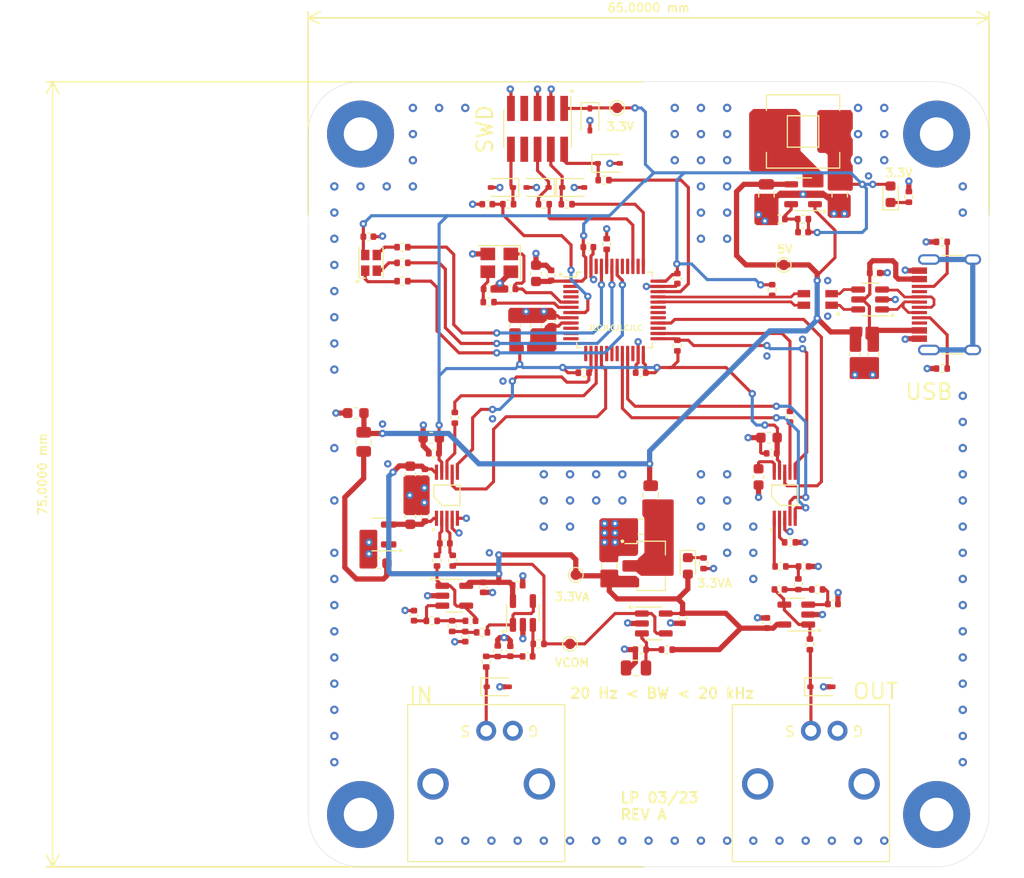
<source format=kicad_pcb>
(kicad_pcb (version 20221018) (generator pcbnew)
  (title_block (title "STM Audio Board") (date "2023-02-12") (rev "0.1") (company "LP"))
  (layers (0 "F.Cu" signal "Front") (1 "In1.Cu" power) (2 "In2.Cu" power) (31 "B.Cu" signal "Back") (34 "B.Paste" user) (35 "F.Paste" user) (36 "B.SilkS" user "B.Silkscreen") (37 "F.SilkS" user "F.Silkscreen") (38 "B.Mask" user) (39 "F.Mask" user) (44 "Edge.Cuts" user))
  (net 0 "")
  (net 1 "VBUS")
  (net 2 "GND")
  (net 3 "+5V")
  (net 4 "+3.3V")
  (net 5 "/[1] Power/BUCK_FB")
  (net 6 "/[1] Power/+5V_filt")
  (net 7 "+3.3VA")
  (net 8 "/[1] Power/VREF")
  (net 9 "/[2] MCU/HSE_IN")
  (net 10 "/[2] MCU/XTAL_IN")
  (net 11 "/[2] MCU/NRST")
  (net 12 "VDDA")
  (net 13 "/[3] ADC/ADC_VREF_VIN")
  (net 14 "/[3] ADC/IN_RF")
  (net 15 "/[3] ADC/IN_BUF")
  (net 16 "/[3] ADC/ADC_VREF")
  (net 17 "Net-(C311-Pad1)")
  (net 18 "Net-(C313-Pad1)")
  (net 19 "/[3] ADC/IN_AA_BUF_OUT")
  (net 20 "/[3] ADC/IN_AA_BUF_IN")
  (net 21 "/[3] ADC/ADC_IN+")
  (net 22 "/[3] ADC/ADC_IN-")
  (net 23 "/[4] DAC/DAC_VREF")
  (net 24 "Net-(C404-Pad1)")
  (net 25 "Net-(C405-Pad1)")
  (net 26 "/[4] DAC/OUT_AA_BUF_OUT")
  (net 27 "/[4] DAC/OUT_AA_BUF_IN")
  (net 28 "Net-(D101-K)")
  (net 29 "Net-(D102-K)")
  (net 30 "/[2] MCU/CONN_SWDIO")
  (net 31 "/[2] MCU/CONN_SWCLK")
  (net 32 "/[2] MCU/CONN_SWO")
  (net 33 "/[2] MCU/CONN_NRST")
  (net 34 "/[2] MCU/LED_G_K")
  (net 35 "/[2] MCU/LED_R_K")
  (net 36 "/[2] MCU/LED_B_K")
  (net 37 "/[3] ADC/IN")
  (net 38 "/[4] DAC/OUT")
  (net 41 "/[2] MCU/USB_CONN_D+")
  (net 42 "/[2] MCU/USB_CONN_D-")
  (net 45 "unconnected-(J202-SHIELD-PadS1)")
  (net 46 "/[1] Power/BUCK_SW")
  (net 47 "/[2] MCU/USB_CMC_D+")
  (net 48 "/[2] MCU/USB_CMC_D-")
  (net 49 "/[2] MCU/USB_D-")
  (net 50 "/[2] MCU/USB_D+")
  (net 51 "/[2] MCU/SPI2_NSS")
  (net 52 "/[2] MCU/BOOT0")
  (net 53 "/[2] MCU/HSE_OUT")
  (net 54 "/[2] MCU/SWDIO")
  (net 55 "/[2] MCU/SWCLK")
  (net 56 "/[2] MCU/SWO")
  (net 57 "/[2] MCU/SPI1_NSS")
  (net 58 "/[2] MCU/TIM4_CH3")
  (net 59 "/[2] MCU/TIM4_CH1")
  (net 60 "/[2] MCU/TIM4_CH2")
  (net 61 "VCOM")
  (net 62 "/[3] ADC/IN_BUF_OUT")
  (net 63 "/[3] ADC/ADC_SCLK")
  (net 64 "/[2] MCU/SPI1_SCK")
  (net 65 "/[2] MCU/SPI2_SCK")
  (net 66 "/[4] DAC/DAC_SCLK")
  (net 67 "/[4] DAC/DAC_OUT_B")
  (net 68 "/[4] DAC/DAC_OUT_A")
  (net 76 "/[2] MCU/SPI1_MISO")
  (net 80 "/[2] MCU/DAC_NCLR")
  (net 81 "/[2] MCU/DAC_NLDAC")
  (net 84 "/[2] MCU/SPI2_MOSI")
  (net 92 "/[2] MCU/USB_CONN_CC2")
  (net 93 "/[2] MCU/USB_CONN_CC1")
  (footprint "Capacitor_SMD:C_0603_1608Metric" (layer "F.Cu") (at 108.25 116.75 180)
    (fp_text reference "C302" hide)
    (fp_text value "10u")
  )
  (footprint "Diode_SMD:D_SOD-323" (layer "F.Cu") (at 126.8 80.85)
    (fp_text reference "D203")
    (fp_text value "PESD3V3L1BA,115")
  )
  (footprint "Resistor_SMD:R_0402_1005Metric" (layer "F.Cu") (at 126.18 82.45 180)
    (fp_text reference "R205" hide)
    (fp_text value "49R9")
  )
  (footprint "Capacitor_SMD:C_0402_1005Metric" (layer "F.Cu") (at 114.55 114.85)
    (fp_text reference "C316" hide)
    (fp_text value "150p")
  )
  (footprint "Package_TO_SOT_SMD:SOT-23-5" (layer "F.Cu") (at 122 121.5 90)
    (fp_text reference "U302" hide)
    (fp_text value "MCP6001T-E/OT")
  )
  (footprint "Capacitor_SMD:C_0402_1005Metric" (layer "F.Cu") (at 136.75 89.55 -90)
    (fp_text reference "C206" hide)
    (fp_text value "100n")
  )
  (footprint "TestPoint:TestPoint_Pad_D1.0mm" (layer "F.Cu") (at 127.05 117.85)
    (fp_text reference "TP104" hide)
    (fp_text value "3.3VA")
  )
  (footprint "MountingHole:MountingHole_3.2mm_M3_Pad" (layer "F.Cu") (at 161.5 75.75)
    (fp_text reference "H3" hide)
    (fp_text value "GND")
  )
  (footprint "Capacitor_SMD:C_0603_1608Metric" (layer "F.Cu") (at 153.7 96.8 -90)
    (fp_text reference "C102" hide)
    (fp_text value "1u")
  )
  (footprint "Resistor_SMD:R_0402_1005Metric" (layer "F.Cu") (at 115.25 122.75 -90)
    (fp_text reference "R307" hide)
    (fp_text value "22k")
  )
  (footprint "Capacitor_SMD:C_0402_1005Metric" (layer "F.Cu") (at 124.7 89.25 90)
    (fp_text reference "C203" hide)
    (fp_text value "100n")
  )
  (footprint "Capacitor_SMD:C_0805_2012Metric" (layer "F.Cu") (at 145.25 81.5 -90)
    (fp_text reference "C103" hide)
    (fp_text value "22u")
  )
  (footprint "LED_SMD:LED_Cree-PLCC4_2x2mm_CW" (layer "F.Cu") (at 107.5 88.05 90)
    (fp_text reference "D206" hide)
    (fp_text value "LED_RGB_E6C1206RGBC3UDA")
  )
  (footprint "Resistor_SMD:R_0402_1005Metric" (layer "F.Cu") (at 127.8 98.55)
    (fp_text reference "R208" hide)
    (fp_text value "10k")
  )
  (footprint "Package_TO_SOT_SMD:SOT-23-6" (layer "F.Cu") (at 155.15 91.55 180)
    (fp_text reference "U202" hide)
    (fp_text value "USBLC6-2SC6")
  )
  (footprint "Package_TO_SOT_SMD:SOT-23-5" (layer "F.Cu") (at 115.45 119.85)
    (fp_text reference "U304" hide)
    (fp_text value "MCP6001T-E/OT")
  )
  (footprint "Crystal:Crystal_SMD_3225-4Pin_3.2x2.5mm" (layer "F.Cu") (at 119.75 88.05 180)
    (fp_text reference "Y201" hide)
    (fp_text value "16MHz")
  )
  (footprint "Resistor_SMD:R_0805_2012Metric" (layer "F.Cu") (at 134.2 110.25 -90)
    (fp_text reference "R101" hide)
    (fp_text value "10R")
  )
  (footprint "Capacitor_SMD:C_0603_1608Metric" (layer "F.Cu") (at 145.5 104.75 180)
    (fp_text reference "C401" hide)
    (fp_text value "10u")
  )
  (footprint "Resistor_SMD:R_0402_1005Metric" (layer "F.Cu") (at 158.85 81.75 90)
    (fp_text reference "R104" hide)
    (fp_text value "1k")
  )
  (footprint "Resistor_SMD:R_0402_1005Metric" (layer "F.Cu") (at 146.59 117.05 180)
    (fp_text reference "R403" hide)
    (fp_text value "6k8")
  )
  (footprint "Resistor_SMD:R_0402_1005Metric" (layer "F.Cu") (at 133.25 125 180)
    (fp_text reference "R107" hide)
    (fp_text value "1k")
  )
  (footprint "Resistor_SMD:R_0402_1005Metric" (layer "F.Cu") (at 148.75 83.87 180)
    (fp_text reference "R102" hide)
    (fp_text value "464k")
  )
  (footprint "Capacitor_SMD:C_0603_1608Metric" (layer "F.Cu") (at 144.5 108.5 -90)
    (fp_text reference "C403" hide)
    (fp_text value "1u")
  )
  (footprint "Diode_SMD:D_SOD-323" (layer "F.Cu") (at 123.4 80.85 180)
    (fp_text reference "D204")
    (fp_text value "PESD3V3L1BA,115")
  )
  (footprint "Resistor_SMD:R_0402_1005Metric" (layer "F.Cu") (at 146.5 83.87 180)
    (fp_text reference "R103" hide)
    (fp_text value "100k")
  )
  (footprint "MountingHole:MountingHole_3.2mm_M3_Pad" (layer "F.Cu") (at 106.5 75.75)
    (fp_text reference "H4" hide)
    (fp_text value "GND")
  )
  (footprint "Resistor_SMD:R_0805_2012Metric" (layer "F.Cu") (at 106.8 105.15 -90)
    (fp_text reference "R301" hide)
    (fp_text value "49R9")
  )
  (footprint "Capacitor_SMD:C_0402_1005Metric" (layer "F.Cu") (at 146.5 119.25 180)
    (fp_text reference "C405" hide)
    (fp_text value "1n")
  )
  (footprint "Capacitor_SMD:C_0402_1005Metric" (layer "F.Cu") (at 122.45 125.65 180)
    (fp_text reference "C304" hide)
    (fp_text value "100n")
  )
  (footprint "lzptr:VSSOP-10" (layer "F.Cu") (at 114.75 110.25)
    (fp_text reference "U303")
    (fp_text value "ADC141S626CIMM_NOPB")
  )
  (footprint "Capacitor_SMD:C_0603_1608Metric" (layer "F.Cu") (at 111.25 112.25 90)
    (fp_text reference "C306" hide)
    (fp_text value "10u")
  )
  (footprint "Capacitor_SMD:C_0402_1005Metric" (layer "F.Cu") (at 155.6 89.02)
    (fp_text reference "C213" hide)
    (fp_text value "100n")
  )
  (footprint "Capacitor_SMD:C_0805_2012Metric" (layer "F.Cu") (at 152.25 81.5 -90)
    (fp_text reference "C104" hide)
    (fp_text value "22u")
  )
  (footprint "Inductor_SMD:L_0402_1005Metric" (layer "F.Cu") (at 122.25 96.3 180)
    (fp_text reference "L201" hide)
    (fp_text value "10n")
  )
  (footprint "Resistor_SMD:R_0402_1005Metric" (layer "F.Cu") (at 119.6 125.15 -90)
    (fp_text reference "R303" hide)
    (fp_text value "2M2")
  )
  (footprint "Resistor_SMD:R_0402_1005Metric" (layer "F.Cu") (at 139.25 116.75 -90)
    (fp_text reference "R105" hide)
    (fp_text value "1k")
  )
  (footprint "Resistor_SMD:R_0402_1005Metric" (layer "F.Cu") (at 118.73 91.8 180)
    (fp_text reference "R203" hide)
    (fp_text value "0R")
  )
  (footprint "Capacitor_SMD:C_0402_1005Metric" (layer "F.Cu") (at 111.6 121.75 90)
    (fp_text reference "C314" hide)
    (fp_text value "150p")
  )
  (footprint "Resistor_SMD:R_0402_1005Metric" (layer "F.Cu") (at 150.1 119.25 180)
    (fp_text reference "R405" hide)
    (fp_text value "12k")
  )
  (footprint "Capacitor_SMD:C_0402_1005Metric" (layer "F.Cu") (at 124.7 93.6 90)
    (fp_text reference "C209" hide)
    (fp_text value "10n")
  )
  (footprint "Capacitor_SMD:C_0805_2012Metric" (layer "F.Cu") (at 132.8 126.75 180)
    (fp_text reference "C108" hide)
    (fp_text value "22u")
  )
  (footprint "Resistor_SMD:R_0402_1005Metric" (layer "F.Cu") (at 110.5 89.8 180)
    (fp_text reference "R210" hide)
    (fp_text value "1k")
  )
  (footprint "lzptr:CMC-1206" (layer "F.Cu") (at 150.15 91.55 180)
    (fp_text reference "L202" hide)
    (fp_text value "CMF3216F-900-2P-T")
  )
  (footprint "Capacitor_SMD:C_0603_1608Metric" (layer "F.Cu") (at 123.25 89.05 90)
    (fp_text reference "C201" hide)
    (fp_text value "10u")
  )
  (footprint "Resistor_SMD:R_0402_1005Metric" (layer "F.Cu") (at 118.5 126.15 -90)
    (fp_text reference "R302" hide)
    (fp_text value "1k")
  )
  (footprint "Diode_SMD:D_SOD-323" (layer "F.Cu") (at 150.5 128.55)
    (fp_text reference "D401" hide)
    (fp_text value "PESD3V3L1BA,115")
  )
  (footprint "Resistor_SMD:R_0402_1005Metric" (layer "F.Cu") (at 115.3 116.5 -90)
    (fp_text reference "R310" hide)
    (fp_text value "1k")
  )
  (footprint "lzptr:AMPHENOL-BNC-031-5640-1010" (layer "F.Cu") (at 149.5 132.75 180)
    (fp_text reference "J401" hide)
    (fp_text value "031-5640-1010")
  )
  (footprint "Capacitor_SMD:C_0402_1005Metric" (layer "F.Cu") (at 148.75 85.12 180)
    (fp_text reference "C105" hide)
    (fp_text value "DNP")
  )
  (footprint "Capacitor_SMD:C_0805_2012Metric" (layer "F.Cu") (at 133.25 113.25 180)
    (fp_text reference "C106" hide)
    (fp_text value "22u")
  )
  (footprint "Capacitor_SMD:C_0402_1005Metric" (layer "F.Cu") (at 145.3 122.45 90)
    (fp_text reference "C407" hide)
    (fp_text value "100n")
  )
  (footprint "Resistor_SMD:R_0402_1005Metric" (layer "F.Cu") (at 147.5 114.75)
    (fp_text reference "R402" hide)
    (fp_text value "10k")
  )
  (footprint "Capacitor_SMD:C_0805_2012Metric" (layer "F.Cu") (at 130.25 117 90)
    (fp_text reference "C107" hide)
    (fp_text value "22u")
  )
  (footprint "Package_TO_SOT_SMD:SOT-89-3" (layer "F.Cu") (at 134.25 117)
    (fp_text reference "U102")
    (fp_text value "HT7533-1")
  )
  (footprint "Resistor_SMD:R_0402_1005Metric" (layer "F.Cu") (at 136.75 95.95 90)
    (fp_text reference "R201" hide)
    (fp_text value "10k")
  )
  (footprint "Resistor_SMD:R_0402_1005Metric" (layer "F.Cu") (at 113.8 116.5 -90)
    (fp_text reference "R309" hide)
    (fp_text value "1k")
  )
  (footprint "Package_TO_SOT_SMD:SOT-23-5" (layer "F.Cu") (at 134.5 122.5)
    (fp_text reference "U103" hide)
    (fp_text value "MCP6001T-E/OT")
  )
  (footprint "Capacitor_SMD:C_0402_1005Metric" (layer "F.Cu") (at 120.8 125.15 90)
    (fp_text reference "C303" hide)
    (fp_text value "150p")
  )
  (footprint "Resistor_SMD:R_0402_1005Metric" (layer "F.Cu") (at 110.5 88.05 180)
    (fp_text reference "R211" hide)
    (fp_text value "1k")
  )
  (footprint "Capacitor_SMD:C_0402_1005Metric" (layer "F.Cu") (at 113.5 106.25 180)
    (fp_text reference "C310" hide)
    (fp_text value "100n")
  )
  (footprint "Diode_SMD:D_SOD-323" (layer "F.Cu") (at 130.2 78.55)
    (fp_text reference "D202")
    (fp_text value "PESD3V3L1BA,115")
  )
  (footprint "TestPoint:TestPoint_Pad_D1.0mm" (layer "F.Cu") (at 126.5 124.45)
    (fp_text reference "TP105" hide)
    (fp_text value "VCOM")
  )
  (footprint "Capacitor_SMD:C_0603_1608Metric" (layer "F.Cu") (at 155.45 96.8 -90)
    (fp_text reference "C101" hide)
    (fp_text value "1u")
  )
  (footprint "Capacitor_SMD:C_0402_1005Metric" (layer "F.Cu") (at 118.6 82.45 180)
    (fp_text reference "C208" hide)
    (fp_text value "100n")
  )
  (footprint "LED_SMD:LED_0603_1608Metric" (layer "F.Cu") (at 157.1 81.5 90)
    (fp_text reference "D101" hide)
    (fp_text value "3.3V")
  )
  (footprint "Capacitor_SMD:C_0603_1608Metric" (layer "F.Cu") (at 111.25 108.25 -90)
    (fp_text reference "C305" hide)
    (fp_text value "10u")
  )
  (footprint "Resistor_SMD:R_0402_1005Metric" (layer "F.Cu") (at 135.75 125 180)
    (fp_text reference "R106" hide)
    (fp_text value "1k")
  )
  (footprint "Capacitor_SMD:C_0402_1005Metric" (layer "F.Cu") (at 117 122.25)
    (fp_text reference "C313" hide)
    (fp_text value "1n")
  )
  (footprint "Capacitor_SMD:C_0402_1005Metric" (layer "F.Cu") (at 107.25 85.55)
    (fp_text reference "C212" hide)
    (fp_text value "100n")
  )
  (footprint "Resistor_SMD:R_0402_1005Metric" (layer "F.Cu") (at 129.7 80.15 180)
    (fp_text reference "R204" hide)
    (fp_text value "49R9")
  )
  (footprint "Capacitor_SMD:C_0402_1005Metric" (layer "F.Cu") (at 118.73 90.55)
    (fp_text reference "C205" hide)
    (fp_text value "10p")
  )
  (footprint "Resistor_SMD:R_0402_1005Metric" (layer "F.Cu") (at 149.4 124.5 90)
    (fp_text reference "R406" hide)
    (fp_text value "49R9")
  )
  (footprint "Package_TO_SOT_SMD:SOT-23-5" (layer "F.Cu") (at 148.1 121.65 180)
    (fp_text reference "U402" hide)
    (fp_text value "MCP6001T-E/OT")
  )
  (footprint "MountingHole:MountingHole_3.2mm_M3_Pad" (layer "F.Cu") (at 106.5 140.75)
    (fp_text reference "H1" hide)
    (fp_text value "GND")
  )
  (footprint "Resistor_SMD:R_0402_1005Metric" (layer "F.Cu") (at 115.5 102.85 90)
    (fp_text reference "R306" hide)
    (fp_text value "0R")
  )
  (footprint "Capacitor_SMD:C_0603_1608Metric" (layer "F.Cu") (at 121.25 94.05 90)
    (fp_text reference "C211" hide)
    (fp_text value "1u")
  )
  (footprint "Capacitor_SMD:C_0402_1005Metric" (layer "F.Cu") (at 112.65 112.25 90)
    (fp_text reference "C308" hide)
    (fp_text value "100n")
  )
  (footprint "Resistor_SMD:R_0402_1005Metric" (layer "F.Cu") (at 110.5 86.55 180)
    (fp_text reference "R209" hide)
    (fp_text value "1k")
  )
  (footprint "Package_TO_SOT_SMD:SOT-23" (layer "F.Cu") (at 108.25 114 180)
    (fp_text reference "U301" hide)
    (fp_text value "REF3033AIDBZT")
  )
  (footprint "Diode_SMD:D_SOD-323" (layer "F.Cu") (at 120 80.85 180)
    (fp_text reference "D205")
    (fp_text value "PESD3V3L1BA,115")
  )
  (footprint "Capacitor_SMD:C_0603_1608Metric" (layer "F.Cu") (at 123.25 94.05 90)
    (fp_text reference "C210" hide)
    (fp_text value "1u")
  )
  (footprint "Connector_USB:USB_C_Receptacle_HRO_TYPE-C-31-M-12" (layer "F.Cu") (at 163.9 92.05 90)
    (fp_text reference "J202")
    (fp_text value "USB_C_Receptacle_USB2.0")
  )
  (footprint "Resistor_SMD:R_0402_1005Metric" (layer "F.Cu") (at 120.6 82.45)
    (fp_text reference "R207" hide)
    (fp_text value "49R9")
  )
  (footprint "Connector_PinHeader_1.27mm:PinHeader_2x05_P1.27mm_Vertical_SMD" (layer "F.Cu") (at 123.4 75.25 -90)
    (fp_text reference "J201" hide)
    (fp_text value "2x5 1.27mm")
  )
  (footprint "Capacitor_SMD:C_0402_1005Metric" (layer "F.Cu") (at 148.8 117.05)
    (fp_text reference "C404" hide)
    (fp_text value "1n")
  )
  (footprint "Diode_SMD:D_SOD-323" (layer "F.Cu") (at 128.4 74.35 -90)
    (fp_text reference "D201")
    (fp_text value "PESD3V3L1BA,115")
  )
  (footprint "Resistor_SMD:R_0402_1005Metric" (layer "F.Cu") (at 147.5 102.75 -90)
    (fp_text reference "R401" hide)
    (fp_text value "0R")
  )
  (footprint "LED_SMD:LED_0603_1608Metric" (layer "F.Cu") (at 137.75 117 -90)
    (fp_text reference "D102" hide)
    (fp_text value "3.3VA")
  )
  (footprint "Resistor_SMD:R_0402_1005Metric" (layer "F.Cu") (at 148.3 118.75 90)
    (fp_text reference "R404" hide)
    (fp_text value "22k")
  )
  (footprint "Resistor_SMD:R_0402_1005Metric" (layer "F.Cu") (at 123.5 124.45)
    (fp_text reference "R304" hide)
    (fp_text value "2M2")
  )
  (footprint "Resistor_SMD:R_0402_1005Metric" (layer "F.Cu") (at 162 86.05 180)
    (fp_text reference "R214" hide)
    (fp_text value "5k1")
  )
  (footprint "Capacitor_SMD:C_0402_1005Metric" (layer "F.Cu") (at 118.2 119.05 -90)
    (fp_text reference "C315" hide)
    (fp_text value "100n")
  )
  (footprint "Capacitor_SMD:C_0402_1005Metric" (layer "F.Cu") (at 120.8 90.55 180)
    (fp_text reference "C202" hide)
    (fp_text value "10p")
  )
  (footprint "lzptr:MWSA0603S" (layer "F.Cu") (at 148.75 75.5)
    (fp_text reference "L102")
    (fp_text value "68u")
  )
  (footprint "TestPoint:TestPoint_Pad_D1.0mm" (layer "F.Cu") (at 146.9 88.25)
    (fp_text reference "TP102" hide)
    (fp_text value "5V")
  )
  (footprint "Resistor_SMD:R_0402_1005Metric" (layer "F.Cu") (at 145.8 90.65 -90)
    (fp_text reference "R212" hide)
    (fp_text value "1k5")
  )
  (footprint "Resistor_SMD:R_0402_1005Metric" (layer "F.Cu") (at 118.1 123.35)
    (fp_text reference "R305" hide)
    (fp_text value "6k8")
  )
  (footprint "Resistor_SMD:R_0402_1005Metric" (layer "F.Cu") (at 124 82.45 180)
    (fp_text reference "R206" hide)
    (fp_text value "49R9")
  )
  (footprint "Resistor_SMD:R_0402_1005Metric" (layer "F.Cu") (at 113.3 122.25)
    (fp_text reference "R308" hide)
    (fp_text value "12k")
  )
  (footprint "Capacitor_SMD:C_0603_1608Metric" (layer "F.Cu") (at 113.25 104.75 180)
    (fp_text reference "C312" hide)
    (fp_text value "10u")
  )
  (footprint "Resistor_SMD:R_0402_1005Metric" (layer "F.Cu") (at 162 98.15 180)
    (fp_text reference "R213" hide)
    (fp_text value "5k1")
  )
  (footprint "Capacitor_SMD:C_0402_1005Metric" (layer "F.Cu") (at 128.25 86.55)
    (fp_text reference "C207" hide)
    (fp_text value "100n")
  )
  (footprint "Capacitor_SMD:C_0402_1005Metric" (layer "F.Cu") (at 151.6 120.65)
    (fp_text reference "C406" hide)
    (fp_text value "150p")
  )
  (footprint "lzptr:VSSOP-10" (layer "F.Cu") (at 147 110.25)
    (fp_text reference "U401")
    (fp_text value "DAC7563SDGSR")
  )
  (footprint "Inductor_SMD:L_0402_1005Metric" (layer "F.Cu") (at 154.6 94.55 180)
    (fp_text reference "L101" hide)
    (fp_text value "10n")
  )
  (footprint "Capacitor_SMD:C_0402_1005Metric" (layer "F.Cu") (at 121.5 118.85)
    (fp_text reference "C309" hide)
    (fp_text value "100n")
  )
  (footprint "Resistor_SMD:R_0402_1005Metric" (layer "F.Cu") (at 130 86.25 90)
    (fp_text reference "R202" hide)
    (fp_text value "10k")
  )
  (footprint "Package_QFP:LQFP-48_7x7mm_P0.5mm" (layer "F.Cu") (at 130.75 92.55)
    (fp_text reference "U201" hide)
    (fp_text value "STM32F103CBT6")
  )
  (footprint "Capacitor_SMD:C_0402_1005Metric" (layer "F.Cu") (at 137.25 122 90)
    (fp_text reference "C109" hide)
    (fp_text value "100n")
  )
  (footprint "lzptr:AMPHENOL-BNC-031-5640-1010" (layer "F.Cu") (at 118.5 132.75 180)
    (fp_text reference "J301" hide)
    (fp_text value "031-5640-1010")
  )
  (footprint "Capacitor_SMD:C_0402_1005Metric" (layer "F.Cu") (at 116.5 123.75 -90)
    (fp_text reference "C311" hide)
    (fp_text value "1n")
  )
  (footprint "Package_TO_SOT_SMD:SOT-23-5" (layer "F.Cu") (at 148.75 81.5 180)
    (fp_text reference "U101" hide)
    (fp_text value "TLV62569DBV")
  )
  (footprint "Capacitor_SMD:C_0402_1005Metric" (layer "F.Cu") (at 145.75 106.25 180)
    (fp_text reference "C402" hide)
    (fp_text value "100n")
  )
  (footprint "Capacitor_SMD:C_0402_1005Metric" (layer "F.Cu") (at 112.65 108.25 -90)
    (fp_text reference "C307" hide)
    (fp_text value "100n")
  )
  (footprint "Capacitor_SMD:C_0402_1005Metric" (layer "F.Cu") (at 133.25 98.55 180)
    (fp_text reference "C204" hide)
    (fp_text value "100n")
  )
  (footprint "Diode_SMD:D_SOD-323" (layer "F.Cu") (at 119.6 128.55)
    (fp_text reference "D301" hide)
    (fp_text value "PESD3V3L1BA,115")
  )
  (footprint "TestPoint:TestPoint_Pad_D1.0mm" (layer "F.Cu") (at 131 73.25)
    (fp_text reference "TP103" hide)
    (fp_text value "3.3V")
  )
  (footprint "Capacitor_SMD:C_0603_1608Metric" (layer "F.Cu") (at 106.05 102.4 180)
    (fp_text reference "C301" hide)
    (fp_text value "10u")
  )
  (footprint "MountingHole:MountingHole_3.2mm_M3_Pad" (layer "F.Cu") (at 161.5 140.75)
    (fp_text reference "H2" hide)
    (fp_text value "GND")
  )
  (gr_circle (center 152.1 92.95) (end 152.2 92.95) (stroke (width 0.1524)) (fill solid) (layer "F.SilkS"))
  (gr_circle (center 131.5 114.65) (end 131.6 114.65) (stroke (width 0.1524)) (fill solid) (layer "F.SilkS"))
  (gr_circle (center 110.3 115.55) (end 110.4 115.55) (stroke (width 0.1524)) (fill solid) (layer "F.SilkS"))
  (gr_circle (center 120.1 123.25) (end 120.2 123.25) (stroke (width 0.1524)) (fill solid) (layer "F.SilkS"))
  (gr_circle (center 150.8 83.15) (end 150.9 83.15) (stroke (width 0.1524)) (fill solid) (layer "F.SilkS"))
  (gr_circle (center 113.3 118.25) (end 113.4 118.25) (stroke (width 0.1524)) (fill solid) (layer "F.SilkS"))
  (gr_circle (center 150.3 123.15) (end 150.4 123.15) (stroke (width 0.1524)) (fill solid) (layer "F.SilkS"))
  (gr_circle (center 157.3 93.05) (end 157.4 93.05) (stroke (width 0.1524)) (fill solid) (layer "F.SilkS"))
  (gr_circle (center 106.2 89.85) (end 106.3 89.85) (stroke (width 0.1524)) (fill solid) (layer "F.SilkS"))
  (gr_circle (center 126.7 71.65) (end 126.8 71.65) (stroke (width 0.1524)) (fill solid) (layer "F.SilkS"))
  (gr_circle (center 125.6 89.15) (end 125.7 89.15) (stroke (width 0.1524)) (fill solid) (layer "F.SilkS"))
  (gr_circle (center 132.3 120.95) (end 132.4 120.95) (stroke (width 0.1524)) (fill solid) (layer "F.SilkS"))
  (gr_line (start 161.5 70.75) (end 106.5 70.75) (stroke (width 0.0381)) (layer "Edge.Cuts"))
  (gr_arc (start 161.5 70.75) (mid 165.035534 72.214466) (end 166.5 75.75) (stroke (width 0.0381)) (layer "Edge.Cuts"))
  (gr_line (start 101.5 140.75) (end 101.5 75.75) (stroke (width 0.0381)) (layer "Edge.Cuts"))
  (gr_line (start 106.5 145.75) (end 161.5 145.75) (stroke (width 0.0381)) (layer "Edge.Cuts"))
  (gr_line (start 166.5 140.75) (end 166.5 75.75) (stroke (width 0.0381)) (layer "Edge.Cuts"))
  (gr_arc (start 166.5 140.75) (mid 165.035534 144.285534) (end 161.5 145.75) (stroke (width 0.0381)) (layer "Edge.Cuts"))
  (gr_arc (start 106.5 145.75) (mid 102.964466 144.285534) (end 101.5 140.75) (stroke (width 0.0381)) (layer "Edge.Cuts"))
  (gr_arc (start 101.5 75.75) (mid 102.964466 72.214466) (end 106.5 70.75) (stroke (width 0.0381)) (layer "Edge.Cuts"))
  (gr_text "LP 03/23\nREV A" (at 131.2 141.35) (layer "F.SilkS") (effects (font (size 1 1) (thickness 0.2)) (justify left bottom)))
  (gr_text "JLCJLCJLCJLC" (at 128.2 94.55) (layer "F.SilkS") (effects (font (size 0.5 0.5) (thickness 0.1)) (justify left bottom)))
  (gr_text "3.3VA" (at 126.7 119.95) (layer "F.SilkS") (effects (font (size 0.8 0.8))))
  (gr_text "USB" (at 158.4 101.25) (layer "F.SilkS") (effects (font (size 1.5 1.5) (thickness 0.2)) (justify left bottom)))
  (gr_text "5V" (at 147 86.75) (layer "F.SilkS") (effects (font (size 0.8 0.8))))
  (gr_text "VCOM" (at 126.7 126.25) (layer "F.SilkS") (effects (font (size 0.8 0.8))))
  (gr_text "20 Hz < BW < 20 kHz\n" (at 126.4 129.75) (layer "F.SilkS") (effects (font (size 1 1) (thickness 0.2)) (justify left bottom)))
  (gr_text "3.3VA" (at 140.3 118.65) (layer "F.SilkS") (effects (font (size 0.8 0.8))))
  (gr_text "IN" (at 111 130.25) (layer "F.SilkS") (effects (font (size 1.5 1.5) (thickness 0.2)) (justify left bottom)))
  (gr_text "OUT" (at 153.4 129.85) (layer "F.SilkS") (effects (font (size 1.5 1.5) (thickness 0.2)) (justify left bottom)))
  (gr_text "SWD" (at 119.25 77.75 90) (layer "F.SilkS") (effects (font (size 1.5 1.5) (thickness 0.2)) (justify left bottom)))
  (gr_text "3.3V" (at 157.9 79.45) (layer "F.SilkS") (effects (font (size 0.8 0.8))))
  (gr_text "3.3V" (at 131.3 75.05) (layer "F.SilkS") (effects (font (size 0.8 0.8))))
  (dimension (type aligned) (layer "F.SilkS") (pts (xy 134 145.75) (xy 134 70.75)) (height -56.9) (gr_text "75.0000 mm" (at 76.1348 108.25 90) (layer "F.SilkS") (effects (font (size 0.8128 0.8128) (thickness 0.1524)))) (format (prefix "") (suffix "") (units 3) (units_format 1) (precision 4)) (style (thickness 0.1524) (arrow_length 1.27) (text_position_mode 0) (extension_height 0.58642) (extension_offset 0.5) keep_text_aligned))
  (dimension (type aligned) (layer "F.SilkS") (pts (xy 101.5 83.95) (xy 166.5 83.95)) (height -19.3) (gr_text "65.0000 mm" (at 134 63.6848) (layer "F.SilkS") (effects (font (size 0.8128 0.8128) (thickness 0.1524)))) (format (prefix "") (suffix "") (units 3) (units_format 1) (precision 4)) (style (thickness 0.1524) (arrow_length 1.27) (text_position_mode 0) (extension_height 0.58642) (extension_offset 0.5) keep_text_aligned))
  (segment (start 159.855 94.5) (end 155.135 94.5) (width 0.5) (layer "F.Cu") (net 1))
  (segment (start 155.12 88.13) (end 155.12 89.02) (width 0.5) (layer "F.Cu") (net 1))
  (segment (start 157.3 87.85) (end 155.4 87.85) (width 0.5) (layer "F.Cu") (net 1))
  (segment (start 155.085 92.202893) (end 155.085 94.55) (width 0.3) (layer "F.Cu") (net 1))
  (segment (start 154.6 91.55) (end 155.12 91.03) (width 0.3) (layer "F.Cu") (net 1))
  (segment (start 154.0125 91.55) (end 154.6 91.55) (width 0.3) (layer "F.Cu") (net 1))
  (segment (start 155.135 94.5) (end 155.085 94.55) (width 0.5) (layer "F.Cu") (net 1))
  (segment (start 155.4 87.85) (end 155.12 88.13) (width 0.5) (layer "F.Cu") (net 1))
  (segment (start 154.0125 91.55) (end 154.432107 91.55) (width 0.3) (layer "F.Cu") (net 1))
  (segment (start 155.12 91.03) (end 155.12 89.02) (width 0.3) (layer "F.Cu") (net 1))
  (segment (start 157.6 89.35) (end 157.6 88.15) (width 0.5) (layer "F.Cu") (net 1))
  (segment (start 157.85 89.6) (end 157.6 89.35) (width 0.5) (layer "F.Cu") (net 1))
  (segment (start 159.855 89.6) (end 157.85 89.6) (width 0.5) (layer "F.Cu") (net 1))
  (segment (start 157.6 88.15) (end 157.3 87.85) (width 0.5) (layer "F.Cu") (net 1))
  (segment (start 154.432107 91.55) (end 155.085 92.202893) (width 0.3) (layer "F.Cu") (net 1))
  (segment (start 105.275 102.4) (end 104.15 102.4) (width 0.5) (layer "F.Cu") (net 2))
  (segment (start 152.08 119.57) (end 152.1 119.55) (width 0.5) (layer "F.Cu") (net 2))
  (segment (start 111.275 109.05) (end 111.25 109.025) (width 0.5) (layer "F.Cu") (net 2))
  (segment (start 124.72 93.1) (end 124.7 93.12) (width 0.3) (layer "F.Cu") (net 2))
  (segment (start 132.74 125) (end 131.75 125) (width 0.5) (layer "F.Cu") (net 2))
  (segment (start 159.855 88.8) (end 158.55 88.8) (width 0.5) (layer "F.Cu") (net 2))
  (segment (start 113.02 106.25) (end 113.02 106.07) (width 0.5) (layer "F.Cu") (net 2))
  (segment (start 156.8005 88.992452) (end 156.772952 89.02) (width 0.5) (layer "F.Cu") (net 2))
  (segment (start 133.792442 90.3) (end 133.792175 90.300267) (width 0.3) (layer "F.Cu") (net 2))
  (segment (start 124.67 73.3) (end 124.67 71.48) (width 0.3) (layer "F.Cu") (net 2))
  (segment (start 123.4 73.3) (end 123.4 71.45) (width 0.3) (layer "F.Cu") (net 2))
  (segment (start 113.02 106.07) (end 112.475 105.525) (width 0.5) (layer "F.Cu") (net 2))
  (segment (start 114.3125 119.85) (end 112.9 119.85) (width 0.5) (layer "F.Cu") (net 2))
  (segment (start 121.98 118.85) (end 121.98 117.97) (width 0.5) (layer "F.Cu") (net 2))
  (segment (start 144.5 109.275) (end 144.5 110.45) (width 0.5) (layer "F.Cu") (net 2))
  (segment (start 134.9125 90.3) (end 136.58 90.3) (width 0.3) (layer "F.Cu") (net 2))
  (segment (start 158.55 88.8) (end 158.5 88.75) (width 0.5) (layer "F.Cu") (net 2))
  (segment (start 124.67 71.48) (end 124.7 71.45) (width 0.3) (layer "F.Cu") (net 2))
  (segment (start 159.855 95.3) (end 158.55 95.3) (width 0.5) (layer "F.Cu") (net 2))
  (segment (start 112.475 105.525) (end 112.475 104.75) (width 0.5) (layer "F.Cu") (net 2))
  (segment (start 158.55 95.3) (end 158.5 95.35) (width 0.5) (layer "F.Cu") (net 2))
  (segment (start 144.7 104.775) (end 144.725 104.75) (width 0.29337) (layer "F.Cu") (net 2))
  (segment (start 122.35 80.85) (end 123.3 80.85) (width 0.3) (layer "F.Cu") (net 2))
  (segment (start 144.42 121.97) (end 144.4 121.95) (width 0.5) (layer "F.Cu") (net 2))
  (segment (start 133 96.7125) (end 133 97.6) (width 0.3) (layer "F.Cu") (net 2))
  (segment (start 144.8 106.25) (end 144.7 106.15) (width 0.29337) (layer "F.Cu") (net 2))
  (segment (start 133.3625 122.5) (end 132.05 122.5) (width 0.5) (layer "F.Cu") (net 2))
  (segment (start 125.5 93.3) (end 125.3 93.1) (width 0.3) (layer "F.Cu") (net 2))
  (segment (start 130 85.64) (end 130 84.75) (width 0.3) (layer "F.Cu") (net 2))
  (segment (start 128.7 87.2) (end 128.7 86.58) (width 0.3) (layer "F.Cu") (net 2))
  (segment (start 120.5 123.85) (end 120.8 124.15) (width 0.5) (layer "F.Cu") (net 2))
  (segment (start 152.08 120.65) (end 152.08 119.57) (width 0.5) (layer "F.Cu") (net 2))
  (segment (start 147 112.45) (end 147 113.51837) (width 0.29337) (layer "F.Cu") (net 2))
  (segment (start 156.772952 89.02) (end 156.08 89.02) (width 0.5) (layer "F.Cu") (net 2))
  (segment (start 128.5 89.397923) (end 128.5 88.3875) (width 0.3) (layer "F.Cu") (net 2))
  (segment (start 145.27 106.25) (end 144.8 106.25) (width 0.29337) (layer "F.Cu") (net 2))
  (segment (start 128.5 87.4) (end 128.7 87.2) (width 0.3) (layer "F.Cu") (net 2))
  (segment (start 112.475 104.75) (end 112.475 103.575) (width 0.5) (layer "F.Cu") (net 2))
  (segment (start 140.19 117.26) (end 140.2 117.25) (width 0.3) (layer "F.Cu") (net 2))
  (segment (start 116.5 124.23) (end 115.52 124.23) (width 0.3) (layer "F.Cu") (net 2))
  (segment (start 161.49 98.15) (end 160.6 98.15) (width 0.5) (layer "F.Cu") (net 2))
  (segment (start 134.9125 90.3) (end 133.792442 90.3) (width 0.3) (layer "F.Cu") (net 2))
  (segment (start 118.65 87.2) (end 117.2 87.2) (width 0.5) (layer "F.Cu") (net 2))
  (segment (start 115.7 113.85) (end 115.25 113.4) (width 0.3) (layer "F.Cu") (net 2))
  (segment (start 147.206132 113.724502) (end 147.5 113.724502) (width 0.29337) (layer "F.Cu") (net 2))
  (segment (start 120.85 88.95) (end 119.8 90) (width 0.5) (layer "F.Cu") (net 2))
  (segment (start 118.95 80.85) (end 119.8 80.85) (width 0.3) (layer "F.Cu") (net 2))
  (segment (start 119.8 123.85) (end 120.2 123.85) (width 0.5) (layer "F.Cu") (net 2))
  (segment (start 137.25 122.48) (end 136.13 122.48) (width 0.5) (layer "F.Cu") (net 2))
  (segment (start 132.2 126.75) (end 132.74 126.21) (width 0.5) (layer "F.Cu") (net 2))
  (segment (start 121.98 117.97) (end 122 117.95) (width 0.5) (layer "F.Cu") (net 2))
  (segment (start 122 122.6375) (end 122 123.95) (width 0.5) (layer "F.Cu") (net 2))
  (segment (start 107.3125 116.5875) (end 107.475 116.75) (width 0.5) (layer "F.Cu") (net 2))
  (segment (start 151.3 128.55) (end 150.7 128.55) (width 0.5) (layer "F.Cu") (net 2))
  (segment (start 120.85 88.9) (end 120.85 88.95) (width 0.5) (layer "F.Cu") (net 2))
  (segment (start 108.55 85.55) (end 108.6 85.5) (width 0.3) (layer "F.Cu") (net 2))
  (segment (start 120.86 71.51) (end 120.8 71.45) (width 0.3) (layer "F.Cu") (net 2))
  (segment (start 120.3 128.55) (end 119.8 128.55) (width 0.5) (layer "F.Cu") (net 2))
  (segment (start 133 96.7125) (end 133 95.592459) (width 0.3) (layer "F.Cu") (net 2))
  (segment (start 128.7 86.58) (end 128.73 86.55) (width 0.3) (layer "F.Cu") (net 2))
  (segment (start 131.25 78.55) (end 130.3 78.55) (width 0.3) (layer "F.Cu") (net 2))
  (segment (start 115.52 124.23) (end 115.5 124.25) (width 0.3) (layer "F.Cu") (net 2))
  (segment (start 133 95.592459) (end 133.0005 95.591959) (width 0.3) (layer "F.Cu") (net 2))
  (segment (start 115.75 112.45) (end 116.6 112.45) (width 0.3) (layer "F.Cu") (net 2))
  (segment (start 112.475 103.575) (end 112.5 103.55) (width 0.5) (layer "F.Cu") (net 2))
  (segment (start 119.08 119.53) (end 119.1 119.55) (width 0.5) (layer "F.Cu") (net 2))
  (segment (start 120.86 73.3) (end 120.86 71.51) (width 0.3) (layer "F.Cu") (net 2))
  (segment (start 128.5 88.3875) (end 128.5 87.4) (width 0.3) (layer "F.Cu") (net 2))
  (segment (start 111.6 121.27) (end 110.77 121.27) (width 0.3) (layer "F.Cu") (net 2))
  (segment (start 161.49 86.05) (end 160.5 86.05) (width 0.5) (layer "F.Cu") (net 2))
  (segment (start 115.25 113.4) (end 115.25 112.45) (width 0.3) (layer "F.Cu") (net 2))
  (segment (start 131.75 125) (end 131.7 124.95) (width 0.5) (layer "F.Cu") (net 2))
  (segment (start 145.3 121.97) (end 144.42 121.97) (width 0.5) (layer "F.Cu") (net 2))
  (segment (start 132.8 97.8) (end 132.8 98.52) (width 0.3) (layer "F.Cu") (net 2))
  (segment (start 118.2 119.53) (end 119.08 119.53) (width 0.5) (layer "F.Cu") (net 2))
  (segment (start 147 113.51837) (end 147.206132 113.724502) (width 0.29337) (layer "F.Cu") (net 2))
  (segment (start 124.205 88.275) (end 124.7 88.77) (width 0.5) (layer "F.Cu") (net 2))
  (segment (start 107.73 85.55) (end 108.55 85.55) (width 0.3) (layer "F.Cu") (net 2))
  (segment (start 144.725 104.75) (end 143.5 104.75) (width 0.5) (layer "F.Cu") (net 2))
  (segment (start 123.25 88.275) (end 124.205 88.275) (width 0.5) (layer "F.Cu") (net 2))
  (segment (start 149.2375 121.65) (end 150.6 121.65) (width 0.5) (layer "F.Cu") (net 2))
  (segment (start 119.6 124.64) (end 119.6 124.05) (width 0.5) (layer "F.Cu") (net 2))
  (segment (start 132.74 126.21) (end 132.74 125) (width 0.5) (layer "F.Cu") (net 2))
  (segment (start 123.25 87.15) (end 123.25 88.275) (width 0.5) (layer "F.Cu") (net 2))
  (segment (start 136.13 122.48) (end 136.1 122.45) (width 0.5) (layer "F.Cu") (net 2))
  (segment (start 118.12 82.45) (end 117.2 82.45) (width 0.3) (layer "F.Cu") (net 2))
  (segment (start 144.7 106.15) (end 144.7 104.775) (width 0.29337) (layer "F.Cu") (net 2))
  (segment (start 110.77 121.27) (end 110.75 121.25) (width 0.3) (layer "F.Cu") (net 2))
  (segment (start 127.85 80.85) (end 126.9 80.85) (width 0.3) (layer "F.Cu") (net 2))
  (segment (start 119.6 124.05) (end 119.8 123.85) (width 0.5) (layer "F.Cu") (net 2))
  (segment (start 148.01 114.75) (end 148.9 114.75) (width 0.5) (layer "F.Cu") (net 2))
  (segment (start 132.05 122.5) (end 132 122.45) (width 0.5) (layer "F.Cu") (net 2))
  (segment (start 158.85 81.24) (end 158.85 80.25) (width 0.5) (layer "F.Cu") (net 2))
  (segment (start 120.2 123.85) (end 120.5 123.85) (width 0.5) (layer "F.Cu") (net 2))
  (segment (start 120.8 124.15) (end 120.8 124.67) (width 0.5) (layer "F.Cu") (net 2))
  (segment (start 131.85 126.75) (end 132.2 126.75) (width 0.5) (layer "F.Cu") (net 2))
  (segment (start 132.8 98.52) (end 132.77 98.55) (width 0.3) (layer "F.Cu") (net 2))
  (segment (start 156.2875 91.55) (end 157.55 91.55) (width 0.3) (layer "F.Cu") (net 2))
  (segment (start 136.58 90.3) (end 136.75 90.13) (width 0.3) (layer "F.Cu") (net 2))
  (segment (start 133 97.6) (end 132.8 97.8) (width 0.3) (layer "F.Cu") (net 2))
  (segment (start 128.752192 89.650115) (end 128.5 89.397923) (width 0.3) (layer "F.Cu") (net 2))
  (segment (start 125.3 93.1) (end 124.72 93.1) (width 0.3) (layer "F.Cu") (net 2))
  (segment (start 126.5875 93.3) (end 125.5 93.3) (width 0.3) (layer "F.Cu") (net 2))
  (segment (start 115.9 113.85) (end 115.7 113.85) (width 0.3) (layer "F.Cu") (net 2))
  (segment (start 139.25 117.26) (end 140.19 117.26) (width 0.3) (layer "F.Cu") (net 2))
  (segment (start 128.4 75.4) (end 128.4 74.45) (width 0.3) (layer "F.Cu") (net 2))
  (segment (start 149.28 117.05) (end 150.2 117.05) (width 0.5) (layer "F.Cu") (net 2))
  (via (at 122 123.95) (size 0.7) (drill 0.3) (layers "F.Cu" "B.Cu") (net 2))
  (via (at 122.3 92.7) (size 0.7) (drill 0.3) (layers "F.Cu" "B.Cu") (net 2))
  (via (at 139 73.25) (size 0.8) (drill 0.4) (layers "F.Cu" "B.Cu") (net 2))
  (via (at 144 115.75) (size 0.8) (drill 0.4) (layers "F.Cu" "B.Cu") (net 2))
  (via (at 104 125.75) (size 0.8) (drill 0.4) (layers "F.Cu" "B.Cu") (net 2))
  (via (at 158.5 88.75) (size 0.7) (drill 0.3) (layers "F.Cu" "B.Cu") (net 2))
  (via (at 156.8005 88.992452) (size 0.7) (drill 0.3) (layers "F.Cu" "B.Cu") (net 2))
  (via (at 158.5 95.35) (size 0.7) (drill 0.3) (layers "F.Cu" "B.Cu") (net 2))
  (via (at 139 80.75) (size 0.8) (drill 0.4) (layers "F.Cu" "B.Cu") (net 2))
  (via (at 141.5 110.75) (size 0.8) (drill 0.4) (layers "F.Cu" "B.Cu") (net 2))
  (via (at 117.2 87.2) (size 0.7) (drill 0.3) (layers "F.Cu" "B.Cu") (net 2))
  (via (at 139 83.25) (size 0.8) (drill 0.4) (layers "F.Cu" "B.Cu") (net 2))
  (via (at 112.5 103.55) (size 0.7) (drill 0.3) (layers "F.Cu" "B.Cu") (net 2))
  (via (at 154 75.75) (size 0.8) (drill 0.4) (layers "F.Cu" "B.Cu") (net 2))
  (via (at 164 105.75) (size 0.8) (drill 0.4) (layers "F.Cu" "B.Cu") (net 2))
  (via (at 120.8 71.45) (size 0.7) (drill 0.3) (layers "F.Cu" "B.Cu") (net 2))
  (via (at 156.5 143.25) (size 0.8) (drill 0.4) (layers "F.Cu" "B.Cu") (net 2))
  (via (at 151.7 83.35) (size 0.7) (drill 0.3) (layers "F.Cu" "B.Cu") (net 2))
  (via (at 151.5 143.25) (size 0.8) (drill 0.4) (layers "F.Cu" "B.Cu") (net 2))
  (via (at 110.75 121.25) (size 0.7) (drill 0.3) (layers "F.Cu" "B.Cu") (net 2))
  (via (at 112.9 119.85) (size 0.7) (drill 0.3) (layers "F.Cu" "B.Cu") (net 2))
  (via (at 124 108.25) (size 0.8) (drill 0.4) (layers "F.Cu" "B.Cu") (net 2))
  (via (at 155 79.75) (size 0.7) (drill 0.3) (layers "F.Cu" "B.Cu") (net 2))
  (via (at 129.8 114.75) (size 0.7) (drill 0.3) (layers "F.Cu" "B.Cu") (net 2))
  (via (at 150.7 128.55) (size 0.7) (drill 0.3) (layers "F.Cu" "B.Cu") (net 2))
  (via (at 160.6 98.15) (size 0.7) (drill 0.3) (layers "F.Cu" "B.Cu") (net 2))
  (via (at 164 133.25) (size 0.8) (drill 0.4) (layers "F.Cu" "B.Cu") (net 2))
  (via (at 130.8 112.95) (size 0.7) (drill 0.3) (layers "F.Cu" "B.Cu") (net 2))
  (via (at 164 100.75) (size 0.8) (drill 0.4) (layers "F.Cu" "B.Cu") (net 2))
  (via (at 147.5 113.724502) (size 0.7) (drill 0.3) (layers "F.Cu" "B.Cu") (net 2))
  (via (at 140.2 117.25) (size 0.7) (drill 0.3) (layers "F.Cu" "B.Cu") (net 2))
  (via (at 134 143.25) (size 0.8) (drill 0.4) (layers "F.Cu" "B.Cu") (net 2))
  (via (at 130.3 78.55) (size 0.7) (drill 0.3) (layers "F.Cu" "B.Cu") (net 2))
  (via (at 139 110.75) (size 0.8) (drill 0.4) (layers "F.Cu" "B.Cu") (net 2))
  (via (at 141.5 80.75) (size 0.8) (drill 0.4) (layers "F.Cu" "B.Cu") (net 2))
  (via (at 148.75 81.5) (size 0.7) (drill 0.3) (layers "F.Cu" "B.Cu") (net 2))
  (via (at 141.5 115.75) (size 0.8) (drill 0.4) (layers "F.Cu" "B.Cu") (net 2))
  (via (at 131.5 143.25) (size 0.8) (drill 0.4) (layers "F.Cu" "B.Cu") (net 2))
  (via (at 141.5 108.25) (size 0.8) (drill 0.4) (layers "F.Cu" "B.Cu") (net 2))
  (via (at 136.5 75.75) (size 0.8) (drill 0.4) (layers "F.Cu" "B.Cu") (net 2))
  (via (at 117.2 82.45) (size 0.7) (drill 0.3) (layers "F.Cu" "B.Cu") (net 2))
  (via (at 112.6 110.95) (size 0.7) (drill 0.3) (layers "F.Cu" "B.Cu") (net 2))
  (via (at 116.5 143.25) (size 0.8) (drill 0.4) (layers "F.Cu" "B.Cu") (net 2))
  (via (at 116.6 112.45) (size 0.7) (drill 0.3) (layers "F.Cu" "B.Cu") (net 2))
  (via (at 121.5 143.25) (size 0.8) (drill 0.4) (layers "F.Cu" "B.Cu") (net 2))
  (via (at 104 123.25) (size 0.8) (drill 0.4) (layers "F.Cu" "B.Cu") (net 2))
  (via (at 119 143.25) (size 0.8) (drill 0.4) (layers "F.Cu" "B.Cu") (net 2))
  (via (at 126.5 108.25) (size 0.8) (drill 0.4) (layers "F.Cu" "B.Cu") (net 2))
  (via (at 104 85.75) (size 0.8) (drill 0.4) (layers "F.Cu" "B.Cu") (net 2))
  (via (at 128.752192 89.650115) (size 0.7) (drill 0.3) (layers "F.Cu" "B.Cu") (net 2))
  (via (at 104 115.75) (size 0.8) (drill 0.4) (layers "F.Cu" "B.Cu") (net 2))
  (via (at 158.85 80.25) (size 0.7) (drill 0.3) (layers "F.Cu" "B.Cu") (net 2))
  (via (at 151.1 89.75) (size 0.7) (drill 0.3) (layers "F.Cu" "B.Cu") (net 2))
  (via (at 141.5 113.25) (size 0.8) (drill 0.4) (layers "F.Cu" "B.Cu") (net 2))
  (via (at 139 85.75) (size 0.8) (drill 0.4) (layers "F.Cu" "B.Cu") (net 2))
  (via (at 104 105.75) (size 0.8) (drill 0.4) (layers "F.Cu" "B.Cu") (net 2))
  (via (at 164 110.75) (size 0.8) (drill 0.4) (layers "F.Cu" "B.Cu") (net 2))
  (via (at 156.5 75.75) (size 0.8) (drill 0.4) (layers "F.Cu" "B.Cu") (net 2))
  (via (at 154 78.25) (size 0.8) (drill 0.4) (layers "F.Cu" "B.Cu") (net 2))
  (via (at 115.5 124.25) (size 0.7) (drill 0.3) (layers "F.Cu" "B.Cu") (net 2))
  (via (at 124.7 71.45) (size 0.7) (drill 0.3) (layers "F.Cu" "B.Cu") (net 2))
  (via (at 111.2 110.25) (size 0.7) (drill 0.3) (layers "F.Cu" "B.Cu") (net 2))
  (via (at 104.15 102.4) (size 0.7) (drill 0.3) (layers "F.Cu" "B.Cu") (net 2))
  (via (at 104 128.25) (size 0.8) (drill 0.4) (layers "F.Cu" "B.Cu") (net 2))
  (via (at 164 128.25) (size 0.8) (drill 0.4) (layers "F.Cu" "B.Cu") (net 2))
  (via (at 120.1 99.35) (size 0.7) (drill 0.3) (layers "F.Cu" "B.Cu") (net 2))
  (via (at 119.8 80.85) (size 0.7) (drill 0.3) (layers "F.Cu" "B.Cu") (net 2))
  (via (at 152.1 119.55) (size 0.7) (drill 0.3) (layers "F.Cu" "B.Cu") (net 2))
  (via (at 145.3 96.95) (size 0.7) (drill 0.3) (layers "F.Cu" "B.Cu") (net 2))
  (via (at 111.5 73.25) (size 0.8) (drill 0.4) (layers "F.Cu" "B.Cu") (net 2))
  (via (at 129 143.25) (size 0.8) (drill 0.4) (layers "F.Cu" "B.Cu") (net 2))
  (via (at 148.9 114.75) (size 0.7) (drill 0.3) (layers "F.Cu" "B.Cu") (net 2))
  (via (at 141.5 73.25) (size 0.8) (drill 0.4) (layers "F.Cu" "B.Cu") (net 2))
  (via (at 124 113.25) (size 0.8) (drill 0.4) (layers "F.Cu" "B.Cu") (net 2))
  (via (at 157.55 91.55) (size 0.7) (drill 0.3) (layers "F.Cu" "B.Cu") (net 2))
  (via (at 131.5 108.25) (size 0.8) (drill 0.4) (layers "F.Cu" "B.Cu") (net 2))
  (via (at 129 110.75) (size 0.8) (drill 0.4) (layers "F.Cu" "B.Cu") (net 2))
  (via (at 152.7 83.35) (size 0.7) (drill 0.3) (layers "F.Cu" "B.Cu") (net 2))
  (via (at 164 103.25) (size 0.8) (drill 0.4) (layers "F.Cu" "B.Cu") (net 2))
  (via (at 104 90.75) (size 0.8) (drill 0.4) (layers "F.Cu" "B.Cu") (net 2))
  (via (at 104 110.75) (size 0.8) (drill 0.4) (layers "F.Cu" "B.Cu") (net 2))
  (via (at 130.8 113.85) (size 0.7) (drill 0.3) (layers "F.Cu" "B.Cu") (net 2))
  (via (at 150.6 121.65) (size 0.7) (drill 0.3) (layers "F.Cu" "B.Cu") (net 2))
  (via (at 104 133.25) (size 0.8) (drill 0.4) (layers "F.Cu" "B.Cu") (net 2))
  (via (at 139 78.25) (size 0.8) (drill 0.4) (layers "F.Cu" "B.Cu") (net 2))
  (via (at 124 143.25) (size 0.8) (drill 0.4) (layers "F.Cu" "B.Cu") (net 2))
  (via (at 124 110.75) (size 0.8) (drill 0.4) (layers "F.Cu" "B.Cu") (net 2))
  (via (at 130 84.8) (size 0.7) (drill 0.3) (layers "F.Cu" "B.Cu") (net 2))
  (via (at 164 120.75) (size 0.8) (drill 0.4) (layers "F.Cu" "B.Cu") (net 2))
  (via (at 148.7 95.35) (size 0.7) (drill 0.3) (layers "F.Cu" "B.Cu") (net 2))
  (via (at 145.1 84.05) (size 0.7) (drill 0.3) (layers "F.Cu" "B.Cu") (net 2))
  (via (at 111.5 80.75) (size 0.8) (drill 0.4) (layers "F.Cu" "B.Cu") (net 2))
  (via (at 108.6 103.45) (size 0.7) (drill 0.3) (layers "F.Cu" "B.Cu") (net 2))
  (via (at 164 115.75) (size 0.8) (drill 0.4) (layers "F.Cu" "B.Cu") (net 2))
  (via (at 144 143.25) (size 0.8) (drill 0.4) (layers "F.Cu" "B.Cu") (net 2))
  (via (at 164 135.75) (size 0.8) (drill 0.4) (layers "F.Cu" "B.Cu") (net 2))
  (via (at 155.4 98.75) (size 0.7) (drill 0.3) (layers "F.Cu" "B.Cu") (net 2))
  (via (at 106.5 80.75) (size 0.8) (drill 0.4) (layers "F.Cu" "B.Cu") (net 2))
  (via (at 104 98.25) (size 0.8) (drill 0.4) (layers "F.Cu" "B.Cu") (net 2))
  (via (at 123.3 80.85) (size 0.7) (drill 0.3) (layers "F.Cu" "B.Cu") (net 2))
  (via (at 133.0005 95.591959) (size 0.7) (drill 0.3) (layers "F.Cu" "B.Cu") (net 2))
  (via (at 111.5 78.25) (size 0.8) (drill 0.4) (layers "F.Cu" "B.Cu") (net 2))
  (via (at 104 130.75) (size 0.8) (drill 0.4) (layers "F.Cu" "B.Cu") (net 2))
  (via (at 112.6 109.55) (size 0.7) (drill 0.3) (layers "F.Cu" "B.Cu") (net 2))
  (via (at 107.3 114.75) (size 0.7) (drill 0.3) (layers "F.Cu" "B.Cu") (net 2))
  (via (at 104 80.75) (size 0.8) (drill 0.4) (layers "F.Cu" "B.Cu") (net 2))
  (via (at 164 130.75) (size 0.8) (drill 0.4) (layers "F.Cu" "B.Cu") (net 2))
  (via (at 139 113.25) (size 0.8) (drill 0.4) (layers "F.Cu" "B.Cu") (net 2))
  (via (at 146.5 143.25) (size 0.8) (drill 0.4) (layers "F.Cu" "B.Cu") (net 2))
  (via (at 126.5 110.75) (size 0.8) (drill 0.4) (layers "F.Cu" "B.Cu") (net 2))
  (via (at 141.5 75.75) (size 0.8) (drill 0.4) (layers "F.Cu" "B.Cu") (net 2))
  (via (at 141.5 143.25) (size 0.8) (drill 0.4) (layers "F.Cu" "B.Cu") (net 2))
  (via (at 154 73.25) (size 0.8) (drill 0.4) (layers "F.Cu" "B.Cu") (net 2))
  (via (at 133.792175 90.300267) (size 0.7) (drill 0.3) (layers "F.Cu" "B.Cu") (net 2))
  (via (at 129.8 112.95) (size 0.7) (drill 0.3) (layers "F.Cu" "B.Cu") (net 2))
  (via (at 104 93.25) (size 0.8) (drill 0.4) (layers "F.Cu" "B.Cu") (net 2))
  (via (at 114 73.25) (size 0.8) (drill 0.4) (layers "F.Cu" "B.Cu") (net 2))
  (via (at 115.9 113.85) (size 0.7) (drill 0.3) (layers "F.Cu" "B.Cu") (net 2))
  (via (at 123.4 71.45) (size 0.7) (drill 0.3) (layers "F.Cu" "B.Cu") (net 2))
  (via (at 124 92.7) (size 0.7) (drill 0.3) (layers "F.Cu" "B.Cu") (net 2))
  (via (at 143.5 104.75) (size 0.7) (drill 0.3) (layers "F.Cu" "B.Cu") (net 2))
  (via (at 160.5 86.05) (size 0.7) (drill 0.3) (layers "F.Cu" "B.Cu") (net 2))
  (via (at 130.8 114.75) (size 0.7) (drill 0.3) (layers "F.Cu" "B.Cu") (net 2))
  (via (at 111.5 75.75) (size 0.8) (drill 0.4) (layers "F.Cu" "B.Cu") (net 2))
  (via (at 136.1 122.45) (size 0.7) (drill 0.3) (layers "F.Cu" "B.Cu") (net 2))
  (via (at 119.1 102.949503) (size 0.7) (drill 0.3) (layers "F.Cu" "B.Cu") (net 2))
  (via (at 109 80.75) (size 0.8) (drill 0.4) (layers "F.Cu" "B.Cu") (net 2))
  (via (at 109.1 107.25) (size 0.7) (drill 0.3) (layers "F.Cu" "B.Cu") (net 2))
  (via (at 139 108.25) (size 0.8) (drill 0.4) (layers "F.Cu" "B.Cu") (net 2))
  (via (at 114 143.25) (size 0.8) (drill 0.4) (layers "F.Cu" "B.Cu") (net 2))
  (via (at 104 120.75) (size 0.8) (drill 0.4) (layers "F.Cu" "B.Cu") (net 2))
  (via (at 144 118.25) (size 0.8) (drill 0.4) (layers "F.Cu" "B.Cu") (net 2))
  (via (at 104 88.25) (size 0.8) (drill 0.4) (layers "F.Cu" "B.Cu") (net 2))
  (via (at 150.2 117.05) (size 0.7) (drill 0.3) (layers "F.Cu" "B.Cu") (net 2))
  (via (at 136.5 78.25) (size 0.8) (drill 0.4) (layers "F.Cu" "B.Cu") (net 2))
  (via (at 136.5 143.25) (size 0.8) (drill 0.4) (layers "F.Cu" "B.Cu") (net 2))
  (via (at 129.8 113.85) (size 0.7) (drill 0.3) (layers "F.Cu" "B.Cu") (net 2))
  (via (at 126.5 113.25) (size 0.8) (drill 0.4) (layers "F.Cu" "B.Cu") (net 2))
  (via (at 132 122.45) (size 0.7) (drill 0.3) (layers "F.Cu" "B.Cu") (net 2))
  (via (at 131.5 110.75) (size 0.8) (drill 0.4) (layers "F.Cu" "B.Cu") (net 2))
  (via (at 164 113.25) (size 0.8) (drill 0.4) (layers "F.Cu" "B.Cu") (net 2))
  (via (at 104 83.25) (size 0.8) (drill 0.4) (layers "F.Cu" "B.Cu") (net 2))
  (via (at 126.9 80.85) (size 0.7) (drill 0.3) (layers "F.Cu" "B.Cu") (net 2))
  (via (at 149 143.25) (size 0.8) (drill 0.4) (layers "F.Cu" "B.Cu") (net 2))
  (via (at 122 117.95) (size 0.7) (drill 0.3) (layers "F.Cu" "B.Cu") (net 2))
  (via (at 119.1 119.55) (size 0.7) (drill 0.3) (layers "F.Cu" "B.Cu") (net 2))
  (via (at 164 123.25) (size 0.8) (drill 0.4) (layers "F.Cu" "B.Cu") (net 2))
  (via (at 144 113.25) (size 0.8) (drill 0.4) (layers "F.Cu" "B.Cu") (net 2))
  (via (at 139 75.75) (size 0.8) (drill 0.4) (layers "F.Cu" "B.Cu") (net 2))
  (via (at 141.5 83.25) (size 0.8) (drill 0.4) (layers "F.Cu" "B.Cu") (net 2))
  (via (at 164 125.75) (size 0.8) (drill 0.4) (layers "F.Cu" "B.Cu") (net 2))
  (via (at 144.4 121.95) (size 0.7) (drill 0.3) (layers "F.Cu" "B.Cu") (net 2))
  (via (at 128.4 74.45) (size 0.7) (drill 0.3) (layers "F.Cu" "B.Cu") (net 2))
  (via (at 136.5 73.25) (size 0.8) (drill 0.4) (layers "F.Cu" "B.Cu") (net 2))
  (via (at 141.5 78.25) (size 0.8) (drill 0.4) (layers "F.Cu" "B.Cu") (net 2))
  (via (at 107.3 115.85) (size 0.7) (drill 0.3) (layers "F.Cu" "B.Cu") (net 2))
  (via (at 164 118.25) (size 0.8) (drill 0.4) (layers "F.Cu" "B.Cu") (net 2))
  (via (at 164 83.25) (size 0.8) (drill 0.4) (layers "F.Cu" "B.Cu") (net 2))
  (via (at 156.5 78.25) (size 0.8) (drill 0.4) (layers "F.Cu" "B.Cu") (net 2))
  (via (at 104 118.25) (size 0.8) (drill 0.4) (layers "F.Cu" "B.Cu") (net 2))
  (via (at 129 108.25) (size 0.8) (drill 0.4) (layers "F.Cu" "B.Cu") (net 2))
  (via (at 104 135.75) (size 0.8) (drill 0.4) (layers "F.Cu" "B.Cu") (net 2))
  (via (at 164 108.25) (size 0.8) (drill 0.4) (layers "F.Cu" "B.Cu") (net 2))
  (via (at 126.5 143.25) (size 0.8) (drill 0.4) (layers "F.Cu" "B.Cu") (net 2))
  (via (at 123.25 87.15) (size 0.7) (drill 0.3) (layers "F.Cu" "B.Cu") (net 2))
  (via (at 144.5 83.45) (size 0.7) (drill 0.3) (layers "F.Cu" "B.Cu") (net 2))
  (via (at 139 143.25) (size 0.8) (drill 0.4) (layers "F.Cu" "B.Cu") (net 2))
  (via (at 119.8 128.55) (size 0.7) (drill 0.3) (layers "F.Cu" "B.Cu") (net 2))
  (via (at 118.8 115.75) (size 0.7) (drill 0.3) (layers "F.Cu" "B.Cu") (net 2))
  (via (at 144.5 110.45) (size 0.7) (drill 0.3) (layers "F.Cu" "B.Cu") (net 2))
  (via (at 108.6 85.5) (size 0.7) (drill 0.3) (layers "F.Cu" "B.Cu") (net 2))
  (via (at 120.2 123.85) (size 0.7) (drill 0.3) (layers "F.Cu" "B.Cu") (net 2))
  (via (at 151.1 93.15) (size 0.7) (drill 0.3) (layers "F.Cu" "B.Cu") (net 2))
  (via (at 131.7 124.95) (size 0.7) (drill 0.3) (layers "F.Cu" "B.Cu") (net 2))
  (via (at 164 80.75) (size 0.8) (drill 0.4) (layers "F.Cu" "B.Cu") (net 2))
  (via (at 154 143.25) (size 0.8) (drill 0.4) (layers "F.Cu" "B.Cu") (net 2))
  (via (at 119.8 90) (size 0.7) (drill 0.3) (layers "F.Cu" "B.Cu") (net 2))
  (via (at 156.5 73.25) (size 0.8) (drill 0.4) (layers "F.Cu" "B.Cu") (net 2))
  (via (at 153.7 98.75) (size 0.7) (drill 0.3) (layers "F.Cu" "B.Cu") (net 2))
  (via (at 141.5 85.75) (size 0.8) (drill 0.4) (layers "F.Cu" "B.Cu") (net 2))
  (via (at 104 95.75) (size 0.8) (drill 0.4) (layers "F.Cu" "B.Cu") (net 2))
  (via (at 116.5 73.25) (size 0.8) (drill 0.4) (layers "F.Cu" "B.Cu") (net 2))
  (segment (start 106.9125 104.35) (end 106.8 104.2375) (width 0.5) (layer "F.Cu") (net 3))
  (segment (start 149.3 88.25) (end 150.1 89.05) (width 0.5) (layer "F.Cu") (net 3))
  (segment (start 143.3 88.25) (end 149.3 88.25) (width 0.5) (layer "F.Cu") (net 3))
  (segment (start 154.015 94.65) (end 154.115 94.55) (width 0.5) (layer "F.Cu") (net 3))
  (segment (start 150.1 93.35) (end 151.4 94.65) (width 0.5) (layer "F.Cu") (net 3))
  (segment (start 143.1 80.55) (end 142.4 81.25) (width 0.5) (layer "F.Cu") (net 3))
  (segment (start 149.8875 82.45) (end 149.8875 83.0375) (width 0.29337) (layer "F.Cu") (net 3))
  (segment (start 142.4 87.35) (end 143.3 88.25) (width 0.5) (layer "F.Cu") (net 3))
  (segment (start 149.8875 83.0375) (end 151.8 84.95) (width 0.29337) (layer "F.Cu") (net 3))
  (segment (start 151.4 94.65) (end 154.015 94.65) (width 0.5) (layer "F.Cu") (net 3))
  (segment (start 150.1 89.05) (end 150.1 89.75) (width 0.5) (layer "F.Cu") (net 3))
  (segment (start 134.1 109.2375) (end 134.2 109.3375) (width 0.5) (layer "F.Cu") (net 3))
  (segment (start 151.8 84.95) (end 151.8 87.55) (width 0.29337) (layer "F.Cu") (net 3))
  (segment (start 106.825 102.4) (end 106.825 104.2125) (width 0.5) (layer "F.Cu") (net 3))
  (segment (start 151.8 87.55) (end 150.3 89.05) (width 0.29337) (layer "F.Cu") (net 3))
  (segment (start 145.25 80.55) (end 143.1 80.55) (width 0.5) (layer "F.Cu") (net 3))
  (segment (start 108.6 104.35) (end 106.9125 104.35) (width 0.5) (layer "F.Cu") (net 3))
  (segment (start 142.4 81.25) (end 142.4 87.35) (width 0.5) (layer "F.Cu") (net 3))
  (segment (start 147.6125 80.55) (end 145.25 80.55) (width 0.5) (layer "F.Cu") (net 3))
  (segment (start 150.3 89.05) (end 150.1 89.05) (width 0.29337) (layer "F.Cu") (net 3))
  (segment (start 106.825 104.2125) (end 106.8 104.2375) (width 0.5) (layer "F.Cu") (net 3))
  (segment (start 134.1 107.25) (end 134.1 109.2375) (width 0.5) (layer "F.Cu") (net 3))
  (via (at 150.1 89.75) (size 0.7) (drill 0.3) (layers "F.Cu" "B.Cu") (net 3))
  (via (at 150.1 93.35) (size 0.7) (drill 0.3) (layers "F.Cu" "B.Cu") (net 3))
  (via (at 108.6 104.35) (size 0.7) (drill 0.3) (layers "F.Cu" "B.Cu") (net 3))
  (via (at 134.1 107.25) (size 0.7) (drill 0.3) (layers "F.Cu" "B.Cu") (net 3))
  (segment (start 117.8 107.25) (end 114.9 104.35) (width 0.5) (layer "B.Cu") (net 3))
  (segment (start 149.031371 94.55) (end 148 94.55) (width 0.5) (layer "B.Cu") (net 3))
  (segment (start 145.568629 94.55) (end 134.1 106.018629) (width 0.5) (layer "B.Cu") (net 3))
  (segment (start 150.1 93.481371) (end 149.031371 94.55) (width 0.5) (layer "B.Cu") (net 3))
  (segment (start 134.1 107.25) (end 117.8 107.25) (width 0.5) (layer "B.Cu") (net 3))
  (segment (start 114.9 104.35) (end 114.2 104.35) (width 0.5) (layer "B.Cu") (net 3))
  (segment (start 150.1 93.35) (end 150.1 93.481371) (width 0.5) (layer "B.Cu") (net 3))
  (segment (start 134.1 106.018629) (end 134.1 107.25) (width 0.5) (layer "B.Cu") (net 3))
  (segment (start 148 94.55) (end 145.568629 94.55) (width 0.5) (layer "B.Cu") (net 3))
  (segment (start 150.1 89.75) (end 150.1 93.35) (width 0.5) (layer "B.Cu") (net 3))
  (segment (start 114.2 104.35) (end 108.6 104.35) (width 0.5) (layer "B.Cu") (net 3))
  (segment (start 149.26 83.87) (end 149.26 85.09) (width 0.29337) (layer "F.Cu") (net 4))
  (segment (start 134.8 98.05) (end 134.8 98.35) (width 0.3) (layer "F.Cu") (net 4))
  (segment (start 121.7 96.365) (end 121.765 96.3) (width 0.29337) (layer "F.Cu") (net 4))
  (segment (start 134.6 98.55) (end 133.73 98.55) (width 0.3) (layer "F.Cu") (net 4))
  (segment (start 149.26 85.09) (end 149.23 85.12) (width 0.29337) (layer "F.Cu") (net 4))
  (segment (start 154.4 80.55) (end 156.9375 80.55) (width 0.29337) (layer "F.Cu") (net 4))
  (segment (start 145.1 103.55) (end 146 103.55) (width 0.29337) (layer "F.Cu") (net 4))
  (segment (start 124.77 89.8) (end 124.7 89.73) (width 0.3) (layer "F.Cu") (net 4))
  (segment (start 152.4125 80.7125) (end 152.25 80.55) (width 0.5) (layer "F.Cu") (net 4))
  (segment (start 145.79 90.15) (end 145.8 90.14) (width 0.29337) (layer "F.Cu") (net 4))
  (segment (start 127.65 89.8) (end 128 89.45) (width 0.3) (layer "F.Cu") (net 4))
  (segment (start 106.77 85.55) (end 106.77 87.12) (width 0.3) (layer "F.Cu") (net 4))
  (segment (start 146 103.55) (end 146.3 103.85) (width 0.29337) (layer "F.Cu") (net 4))
  (segment (start 141.4 98.05) (end 143.9 100.55) (width 0.29337) (layer "F.Cu") (net 4))
  (segment (start 133.7 98.52) (end 133.73 98.55) (width 0.3) (layer "F.Cu") (net 4))
  (segment (start 126.3 98.55) (end 127.29 98.55) (width 0.29337) (layer "F.Cu") (net 4))
  (segment (start 136.75 89.07) (end 136.75 88.2) (width 0.29337) (layer "F.Cu") (net 4))
  (segment (start 135.65 89.8) (end 136.28 89.17) (width 0.3) (layer "F.Cu") (net 4))
  (segment (start 125.8 98.05) (end 126.3 98.55) (width 0.29337) (layer "F.Cu") (net 4))
  (segment (start 124.605 89.825) (end 124.7 89.73) (width 0.5) (layer "F.Cu") (net 4))
  (segment (start 128.45 73.25) (end 128.4 73.3) (width 0.29337) (layer "F.Cu") (net 4))
  (segment (start 114.025 106.205) (end 113.98 106.25) (width 0.5) (layer "F.Cu") (net 4))
  (segment (start 114 106.85) (end 114 106.27) (width 0.3) (layer "F.Cu") (net 4))
  (segment (start 132.7 73.25) (end 128.45 73.25) (width 0.29337) (layer "F.Cu") (net 4))
  (segment (start 125.94 73.3) (end 128.4 73.3) (width 0.29337) (layer "F.Cu") (net 4))
  (segment (start 146.5 108.05) (end 146.5 107.05) (width 0.3) (layer "F.Cu") (net 4))
  (segment (start 136.75 88.2) (end 136.7 88.15) (width 0.29337) (layer "F.Cu") (net 4))
  (segment (start 146.3 106.32) (end 146.23 106.25) (width 0.3) (layer "F.Cu") (net 4))
  (segment (start 144.7 90.15) (end 145.79 90.15) (width 0.29337) (layer "F.Cu") (net 4))
  (segment (start 126.5875 89.8) (end 127.65 89.8) (width 0.3) (layer "F.Cu") (net 4))
  (segment (start 114.25 107.1) (end 114 106.85) (width 0.3) (layer "F.Cu") (net 4))
  (segment (start 106.77 84.32) (end 106.77 85.55) (width 0.3) (layer "F.Cu") (net 4))
  (segment (start 134.9125 89.8) (end 135.65 89.8) (width 0.3) (layer "F.Cu") (net 4))
  (segment (start 136.8 96.51) (end 136.75 96.46) (width 0.29337) (layer "F.Cu") (net 4))
  (segment (start 134.8 98.35) (end 134.6 98.55) (width 0.3) (layer "F.Cu") (net 4))
  (segment (start 121.7 97.75) (end 121.7 96.365) (width 0.29337) (layer "F.Cu") (net 4))
  (segment (start 154.4 80.55) (end 152.25 80.55) (width 0.29337) (layer "F.Cu") (net 4))
  (segment (start 146.3 103.85) (end 146.3 104.725) (width 0.29337) (layer "F.Cu") (net 4))
  (segment (start 127.77 86.55) (end 127.77 85.48) (width 0.3) (layer "F.Cu") (net 4))
  (segment (start 123.25 89.825) (end 124.605 89.825) (width 0.5) (layer "F.Cu") (net 4))
  (segment (start 134.8 98.05) (end 136 98.05) (width 0.29337) (layer "F.Cu") (net 4))
  (segment (start 114 103.55) (end 114 104.725) (width 0.29337) (layer "F.Cu") (net 4))
  (segment (start 146.275 104.75) (end 146.275 106.205) (width 0.5) (layer "F.Cu") (net 4))
  (segment (start 133.5 96.7125) (end 133.5 97.6) (width 0.3) (layer "F.Cu") (net 4))
  (segment (start 127.8 87.35) (end 127.8 86.58) (width 0.3) (layer "F.Cu") (net 4))
  (segment (start 136.2 98.05) (end 136.8 97.45) (width 0.29337) (layer "F.Cu") (net 4))
  (segment (start 127.77 85.48) (end 127.8 85.45) (width 0.3) (layer "F.Cu") (net 4))
  (segment (start 136.8 97.45) (end 136.8 96.51) (width 0.29337) (layer "F.Cu") (net 4))
  (segment (start 114.025 104.75) (end 114.025 106.205) (width 0.5) (layer "F.Cu") (net 4))
  (segment (start 156.9375 80.55) (end 157.1 80.7125) (width 0.29337) (layer "F.Cu") (net 4))
  (segment (start 146.275 106.205) (end 146.23 106.25) (width 0.5) (layer "F.Cu") (net 4))
  (segment (start 128 88.3875) (end 128 87.55) (width 0.3) (layer "F.Cu") (net 4))
  (segment (start 128 89.45) (end 128 88.3875) (width 0.3) (layer "F.Cu") (net 4))
  (segment (start 106.77 87.12) (end 106.95 87.3) (width 0.3) (layer "F.Cu") (net 4))
  (segment (start 146.3 104.725) (end 146.275 104.75) (width 0.29337) (layer "F.Cu") (net 4))
  (segment (start 149.23 85.12) (end 150.07 85.12) (width 0.29337) (layer "F.Cu") (net 4))
  (segment (start 136 98.05) (end 136.2 98.05) (width 0.29337) (layer "F.Cu") (net 4))
  (segment (start 128 87.55) (end 127.8 87.35) (width 0.3) (layer "F.Cu") (net 4))
  (segment (start 146.5 107.05) (end 146.3 106.85) (width 0.3) (layer "F.Cu") (net 4))
  (segment (start 127.8 86.58) (end 127.77 86.55) (width 0.3) (layer "F.Cu") (net 4))
  (segment (start 114.25 108.05) (end 114.25 107.1) (width 0.3) (layer "F.Cu") (net 4))
  (segment (start 114 104.725) (end 114.025 104.75) (width 0.29337) (layer "F.Cu") (net 4))
  (segment (start 133.7 97.8) (end 133.7 98.52) (width 0.3) (layer "F.Cu") (net 4))
  (segment (start 133.5 97.6) (end 133.7 97.8) (width 0.3) (layer "F.Cu") (net 4))
  (segment (start 126.5875 89.8) (end 124.77 89.8) (width 0.3) (layer "F.Cu") (net 4))
  (segment (start 114 106.27) (end 113.98 106.25) (width 0.3) (layer "F.Cu") (net 4))
  (segment (start 136 98.05) (end 141.4 98.05) (width 0.29337) (layer "F.Cu") (net 4))
  (segment (start 146.3 106.85) (end 146.3 106.32) (width 0.3) (layer "F.Cu") (net 4))
  (segment (start 150.07 85.12) (end 150.1 85.15) (width 0.29337) (layer "F.Cu") (net 4))
  (segment (start 136.28 89.17) (end 136.75 89.17) (width 0.3) (layer "F.Cu") (net 4))
  (via (at 154.4 80.55) (size 0.7) (drill 0.3) (layers "F.Cu" "B.Cu") (net 4))
  (via (at 132.7 73.25) (size 0.7) (drill 0.3) (layers "F.Cu" "B.Cu") (net 4))
  (via (at 155.40227 80.554539) (size 0.7) (drill 0.3) (layers "F.Cu" "B.Cu") (net 4))
  (via (at 121.7 97.75) (size 0.7) (drill 0.3) (layers "F.Cu" "B.Cu") (net 4))
  (via (at 106.77 84.32) (size 0.7) (drill 0.3) (layers "F.Cu" "B.Cu") (net 4))
  (via (at 125.8 98.05) (size 0.7) (drill 0.3) (layers "F.Cu" "B.Cu") (net 4))
  (via (at 150.1 85.15) (size 0.7) (drill 0.3) (layers "F.Cu" "B.Cu") (net 4))
  (via (at 136.7 88.15) (size 0.7) (drill 0.3) (layers "F.Cu" "B.Cu") (net 4))
  (via (at 143.9 100.55) (size 0.7) (drill 0.3) (layers "F.Cu" "B.Cu") (net 4))
  (via (at 145.1 103.55) (size 0.7) (drill 0.3) (layers "F.Cu" "B.Cu") (net 4))
  (via (at 127.8 85.45) (size 0.7) (drill 0.3) (layers "F.Cu" "B.Cu") (net 4))
  (via (at 144.7 90.15) (size 0.7) (drill 0.3) (layers "F.Cu" "B.Cu") (net 4))
  (via (at 114 103.55) (size 0.7) (drill 0.3) (layers "F.Cu" "B.Cu") (net 4))
  (via (at 134.8 98.05) (size 0.7) (drill 0.3) (layers "F.Cu" "B.Cu") (net 4))
  (segment (start 154.4 80.55) (end 153.3 79.45) (width 0.29337) (layer "B.Cu") (net 4))
  (segment (start 121 98.15) (end 121.3 98.15) (width 0.29337) (layer "B.Cu") (net 4))
  (segment (start 139.6 89.65) (end 138.1 88.15) (width 0.29337) (layer "B.Cu") (net 4))
  (segment (start 133.7 78.65) (end 134.5 79.45) (width 0.29337) (layer "B.Cu") (net 4))
  (segment (start 153.3 79.45) (end 137.4 79.45) (width 0.29337) (layer "B.Cu") (net 4))
  (segment (start 154.4 80.55) (end 155.397731 80.55) (width 0.29337) (layer "B.Cu") (net 4))
  (segment (start 144.3 103.55) (end 145.1 103.55) (width 0.29337) (layer "B.Cu") (net 4))
  (segment (start 154.8 80.95) (end 154.4 80.55) (width 0.29337) (layer "B.Cu") (net 4))
  (segment (start 121.3 98.15) (end 121.7 97.75) (width 0.29337) (layer "B.Cu") (net 4))
  (segment (start 107.54 83.55) (end 114.8 83.55) (width 0.29337) (layer "B.Cu") (net 4))
  (segment (start 133.3 73.25) (end 133.7 73.65) (width 0.29337) (layer "B.Cu") (net 4))
  (segment (start 132.7 73.25) (end 133.3 73.25) (width 0.29337) (layer "B.Cu") (net 4))
  (segment (start 114.7 98.15) (end 121 98.15) (width 0.29337) (layer "B.Cu") (net 4))
  (segment (start 114 98.85) (end 114.7 98.15) (width 0.29337) (layer "B.Cu") (net 4))
  (segment (start 128.6 83.55) (end 130.264738 83.55) (width 0.29337) (layer "B.Cu") (net 4))
  (segment (start 136.7 80.15) (end 137.4 79.45) (width 0.29337) (layer "B.Cu") (net 4))
  (segment (start 143.9 103.15) (end 144.3 103.55) (width 0.29337) (layer "B.Cu") (net 4))
  (segment (start 133.7 73.65) (end 133.7 78.65) (width 0.29337) (layer "B.Cu") (net 4))
  (segment (start 127.8 84.35) (end 128.6 83.55) (width 0.3) (layer "B.Cu") (net 4))
  (segment (start 130.264738 83.55) (end 133.564738 80.25) (width 0.29337) (layer "B.Cu") (net 4))
  (segment (start 114 84.35) (end 114 98.85) (width 0.29337) (layer "B.Cu") (net 4))
  (segment (start 114.8 83.55) (end 114 84.35) (width 0.29337) (layer "B.Cu") (net 4))
  (segment (start 122 98.05) (end 125.8 98.05) (width 0.29337) (layer "B.Cu") (net 4))
  (segment (start 121.7 97.75) (end 122 98.05) (width 0.29337) (layer "B.Cu") (net 4))
  (segment (start 154.4 85.15) (end 154.8 84.75) (width 0.29337) (layer "B.Cu") (net 4))
  (segment (start 127.8 85.45) (end 127.8 84.35) (width 0.3) (layer "B.Cu") (net 4))
  (segment (start 125.8 98.05) (end 134.8 98.05) (width 0.29337) (layer "B.Cu") (net 4))
  (segment (start 133.7 80.25) (end 134.5 79.45) (width 0.29337) (layer "B.Cu") (net 4))
  (segment (start 143.9 100.55) (end 143.9 103.15) (width 0.29337) (layer "B.Cu") (net 4))
  (segment (start 137.4 79.45) (end 134.5 79.45) (width 0.29337) (layer "B.Cu") (net 4))
  (segment (start 114.8 83.55) (end 128.6 83.55) (width 0.29337) (layer "B.Cu") (net 4))
  (segment (start 155.397731 80.55) (end 155.40227 80.554539) (width 0.29337) (layer "B.Cu") (net 4))
  (segment (start 154.8 84.75) (end 154.8 80.95) (width 0.29337) (layer "B.Cu") (net 4))
  (segment (start 138.1 88.15) (end 136.7 88.15) (width 0.29337) (layer "B.Cu") (net 4))
  (segment (start 133.564738 80.25) (end 133.7 80.25) (width 0.29337) (layer "B.Cu") (net 4))
  (segment (start 114 98.85) (end 114 103.55) (width 0.29337) (layer "B.Cu") (net 4))
  (segment (start 144.2 89.65) (end 139.6 89.65) (width 0.29337) (layer "B.Cu") (net 4))
  (segment (start 106.77 84.32) (end 107.54 83.55) (width 0.29337) (layer "B.Cu") (net 4))
  (segment (start 144.7 90.15) (end 144.2 89.65) (width 0.29337) (layer "B.Cu") (net 4))
  (segment (start 136.7 88.15) (end 136.7 80.15) (width 0.29337) (layer "B.Cu") (net 4))
  (segment (start 150.1 85.15) (end 154.4 85.15) (width 0.29337) (layer "B.Cu") (net 4))
  (segment (start 148.24 85.09) (end 148.27 85.12) (width 0.29337) (layer "F.Cu") (net 5))
  (segment (start 147.6125 82.9525) (end 147.01 83.555) (width 0.29337) (layer "F.Cu") (net 5))
  (segment (start 148.24 83.87) (end 148.24 85.09) (width 0.29337) (layer "F.Cu") (net 5))
  (segment (start 147.6125 82.45) (end 147.6125 82.9525) (width 0.29337) (layer "F.Cu") (net 5))
  (segment (start 147.01 83.555) (end 147.01 83.87) (width 0.29337) (layer "F.Cu") (net 5))
  (segment (start 147.01 83.87) (end 148.24 83.87) (width 0.29337) (layer "F.Cu") (net 5))
  (segment (start 133.65 117) (end 134.2 116.45) (width 0.5) (layer "F.Cu") (net 6))
  (segment (start 127.05 116.4) (end 126.6 115.95) (width 0.5) (layer "F.Cu") (net 7))
  (segment (start 141.37 121.52) (end 142.8 122.95) (width 0.5) (layer "F.Cu") (net 7))
  (segment (start 145.28 122.95) (end 145.3 122.93) (width 0.5) (layer "F.Cu") (net 7))
  (segment (start 126.6 115.95) (end 119.7 115.95) (width 0.5) (layer "F.Cu") (net 7))
  (segment (start 127.05 118) (end 127.05 116.4) (width 0.5) (layer "F.Cu") (net 7))
  (segment (start 113.6 108.05) (end 113.3 107.75) (width 0.3) (layer "F.Cu") (net 7))
  (segment (start 146.9625 122.6) (end 146.25 122.6) (width 0.5) (layer "F.Cu") (net 7))
  (segment (start 110.2 107.45) (end 111.225 107.45) (width 0.5) (layer "F.Cu") (net 7))
  (segment (start 136.8 120.15) (end 137.75 119.2) (width 0.5) (layer "F.Cu") (net 7))
  (segment (start 116.5875 118.9) (end 116.9175 118.57) (width 0.5) (layer "F.Cu") (net 7))
  (segment (start 142.8 122.95) (end 140.75 125) (width 0.5) (layer "F.Cu") (net 7))
  (segment (start 111.225 107.45) (end 111.25 107.475) (width 0.5) (layer "F.Cu") (net 7))
  (segment (start 109.6 108.05) (end 110.2 107.45) (width 0.5) (layer "F.Cu") (net 7))
  (segment (start 118.2 118.57) (end 119.7 118.57) (width 0.5) (layer "F.Cu") (net 7))
  (segment (start 145.32 122.95) (end 145.3 122.93) (width 0.5) (layer "F.Cu") (net 7))
  (segment (start 119.7 118.57) (end 120.74 118.57) (width 0.5) (layer "F.Cu") (net 7))
  (segment (start 120.74 118.57) (end 121.02 118.85) (width 0.5) (layer "F.Cu") (net 7))
  (segment (start 131 120.15) (end 136.8 120.15) (width 0.5) (layer "F.Cu") (net 7))
  (segment (start 130.25 117.95) (end 130.25 119.4) (width 0.5) (layer "F.Cu") (net 7))
  (segment (start 146.25 122.6) (end 145.9 122.95) (width 0.5) (layer "F.Cu") (net 7))
  (segment (start 140.75 125) (end 136.26 125) (width 0.5) (layer "F.Cu") (net 7))
  (segment (start 121.02 120.3325) (end 121.05 120.3625) (width 0.5) (layer "F.Cu") (net 7))
  (segment (start 112.355 107.475) (end 112.65 107.77) (width 0.5) (layer "F.Cu") (net 7))
  (segment (start 130.25 117.95) (end 127.15 117.95) (width 0.5) (layer "F.Cu") (net 7))
  (segment (start 145.9 122.95) (end 145.32 122.95) (width 0.5) (layer "F.Cu") (net 7))
  (segment (start 113.3 107.75) (end 112.67 107.75) (width 0.3) (layer "F.Cu") (net 7))
  (segment (start 113.75 108.05) (end 113.6 108.05) (width 0.3) (layer "F.Cu") (net 7))
  (segment (start 135.6375 121.55) (end 137.22 121.55) (width 0.3) (layer "F.Cu") (net 7))
  (segment (start 112.67 107.75) (end 112.65 107.77) (width 0.3) (layer "F.Cu") (net 7))
  (segment (start 137.75 119.2) (end 137.75 117.7875) (width 0.5) (layer "F.Cu") (net 7))
  (segment (start 136.8 120.15) (end 137.25 120.6) (width 0.5) (layer "F.Cu") (net 7))
  (segment (start 121.02 118.85) (end 121.02 120.3325) (width 0.5) (layer "F.Cu") (net 7))
  (segment (start 119.7 117.75) (end 119.7 118.57) (width 0.5) (layer "F.Cu") (net 7))
  (segment (start 142.8 122.95) (end 145.28 122.95) (width 0.5) (layer "F.Cu") (net 7))
  (segment (start 137.25 120.6) (end 137.25 121.52) (width 0.5) (layer "F.Cu") (net 7))
  (segment (start 127.1 117.95) (end 127.05 118) (width 0.5) (layer "F.Cu") (net 7))
  (segment (start 137.25 121.52) (end 141.37 121.52) (width 0.5) (layer "F.Cu") (net 7))
  (segment (start 130.25 119.4) (end 131 120.15) (width 0.5) (layer "F.Cu") (net 7))
  (segment (start 127.15 117.95) (end 127.05 117.85) (width 0.5) (layer "F.Cu") (net 7))
  (segment (start 116.9175 118.57) (end 118.2 118.57) (width 0.5) (layer "F.Cu") (net 7))
  (segment (start 111.25 107.475) (end 112.355 107.475) (width 0.5) (layer "F.Cu") (net 7))
  (via (at 119.7 115.95) (size 0.7) (drill 0.3) (layers "F.Cu" "B.Cu") (net 7))
  (via (at 119.7 117.75) (size 0.7) (drill 0.3) (layers "F.Cu" "B.Cu") (net 7))
  (via (at 109.6 108.05) (size 0.7) (drill 0.3) (layers "F.Cu" "B.Cu") (net 7))
  (segment (start 109.2 108.45) (end 109.6 108.05) (width 0.5) (layer "B.Cu") (net 7))
  (segment (start 119.7 115.95) (end 119.7 117.75) (width 0.5) (layer "B.Cu") (net 7))
  (segment (start 119.7 117.75) (end 109.4 117.75) (width 0.5) (layer "B.Cu") (net 7))
  (segment (start 109.2 117.55) (end 109.2 108.45) (width 0.5) (layer "B.Cu") (net 7))
  (segment (start 109.4 117.75) (end 109.2 117.55) (width 0.5) (layer "B.Cu") (net 7))
  (segment (start 133.75 126.75) (end 133.75 125.01) (width 0.3) (layer "F.Cu") (net 8))
  (segment (start 133.3625 123.9125) (end 133.8 124.35) (width 0.3) (layer "F.Cu") (net 8))
  (segment (start 133.8 124.35) (end 133.8 124.96) (width 0.3) (layer "F.Cu") (net 8))
  (segment (start 133.76 125) (end 135.24 125) (width 0.3) (layer "F.Cu") (net 8))
  (segment (start 133.8 124.96) (end 133.76 125) (width 0.3) (layer "F.Cu") (net 8))
  (segment (start 133.75 125.01) (end 133.76 125) (width 0.3) (layer "F.Cu") (net 8))
  (segment (start 133.3625 123.45) (end 133.3625 123.9125) (width 0.3) (layer "F.Cu") (net 8))
  (segment (start 125.59773 91.8) (end 124.69773 90.9) (width 0.29337) (layer "F.Cu") (net 9))
  (segment (start 122.1 89.8) (end 122.1 87.4) (width 0.29337) (layer "F.Cu") (net 9))
  (segment (start 121.95 90.55) (end 121.21 90.55) (width 0.29337) (layer "F.Cu") (net 9))
  (segment (start 121.9 90) (end 122.1 89.8) (width 0.29337) (layer "F.Cu") (net 9))
  (segment (start 126.5875 91.8) (end 125.59773 91.8) (width 0.29337) (layer "F.Cu") (net 9))
  (segment (start 122.3 90.9) (end 121.95 90.55) (width 0.29337) (layer "F.Cu") (net 9))
  (segment (start 124.69773 90.9) (end 122.3 90.9) (width 0.29337) (layer "F.Cu") (net 9))
  (segment (start 121.21 90.55) (end 121.21 90.19) (width 0.29337) (layer "F.Cu") (net 9))
  (segment (start 121.21 90.19) (end 121.4 90) (width 0.29337) (layer "F.Cu") (net 9))
  (segment (start 122.1 87.4) (end 121.9 87.2) (width 0.29337) (layer "F.Cu") (net 9))
  (segment (start 121.9 87.2) (end 120.85 87.2) (width 0.29337) (layer "F.Cu") (net 9))
  (segment (start 121.4 90) (end 121.9 90) (width 0.29337) (layer "F.Cu") (net 9))
  (segment (start 118.25 90.55) (end 118.25 90.25) (width 0.29337) (layer "F.Cu") (net 10))
  (segment (start 118.22 91.8) (end 118.22 90.58) (width 0.29337) (layer "F.Cu") (net 10))
  (segment (start 118.25 90.25) (end 118.65 89.85) (width 0.29337) (layer "F.Cu") (net 10))
  (segment (start 118.65 89.85) (end 118.65 88.9) (width 0.29337) (layer "F.Cu") (net 10))
  (segment (start 118.22 90.58) (end 118.25 90.55) (width 0.29337) (layer "F.Cu") (net 10))
  (segment (start 120.09 82.45) (end 120.09 83.44) (width 0.3) (layer "F.Cu") (net 11))
  (segment (start 125.7 85.45) (end 126.6 86.35) (width 0.3) (layer "F.Cu") (net 11))
  (segment (start 128.2 92.55) (end 127.95 92.8) (width 0.3) (layer "F.Cu") (net 11))
  (segment (start 120.09 83.44) (end 122.1 85.45) (width 0.3) (layer "F.Cu") (net 11))
  (segment (start 122.1 85.45) (end 125.7 85.45) (width 0.3) (layer "F.Cu") (net 11))
  (segment (start 126.6 86.35) (end 126.6 88.75) (width 0.3) (layer "F.Cu") (net 11))
  (segment (start 128.2 91.25) (end 128.2 92.55) (width 0.3) (layer "F.Cu") (net 11))
  (segment (start 120.09 82.45) (end 119.08 82.45) (width 0.3) (layer "F.Cu") (net 11))
  (segment (start 127.95 92.8) (end 126.5875 92.8) (width 0.3) (layer "F.Cu") (net 11))
  (via (at 128.2 91.25) (size 0.7) (drill 0.3) (layers "F.Cu" "B.Cu") (net 11))
  (via (at 126.6 88.75) (size 0.7) (drill 0.3) (layers "F.Cu" "B.Cu") (net 11))
  (segment (start 126.6 89.65) (end 128.2 91.25) (width 0.3) (layer "B.Cu") (net 11))
  (segment (start 126.6 88.75) (end 126.6 89.65) (width 0.3) (layer "B.Cu") (net 11))
  (segment (start 125.4 94.1) (end 124.72 94.1) (width 0.3) (layer "F.Cu") (net 12))
  (segment (start 124.72 94.1) (end 124.7 94.08) (width 0.3) (layer "F.Cu") (net 12))
  (segment (start 126.5875 93.8) (end 125.7 93.8) (width 0.3) (layer "F.Cu") (net 12))
  (segment (start 125.7 93.8) (end 125.4 94.1) (width 0.3) (layer "F.Cu") (net 12))
  (segment (start 106.1 118.25) (end 108.7 118.25) (width 0.5) (layer "F.Cu") (net 13))
  (segment (start 106.8 108.65) (end 105 110.45) (width 0.5) (layer "F.Cu") (net 13))
  (segment (start 109 116.775) (end 109.025 116.75) (width 0.5) (layer "F.Cu") (net 13))
  (segment (start 105 110.45) (end 105 117.15) (width 0.5) (layer "F.Cu") (net 13))
  (segment (start 109 117.95) (end 109 116.775) (width 0.5) (layer "F.Cu") (net 13))
  (segment (start 106.8 106.0625) (end 106.8 108.65) (width 0.5) (layer "F.Cu") (net 13))
  (segment (start 109.1875 114.95) (end 109.1875 116.5875) (width 0.5) (layer "F.Cu") (net 13))
  (segment (start 108.7 118.25) (end 109 117.95) (width 0.5) (layer "F.Cu") (net 13))
  (segment (start 105 117.15) (end 106.1 118.25) (width 0.5) (layer "F.Cu") (net 13))
  (segment (start 109.1875 116.5875) (end 109.025 116.75) (width 0.5) (layer "F.Cu") (net 13))
  (segment (start 118.5 125.64) (end 119.68 125.64) (width 0.29337) (layer "F.Cu") (net 14))
  (segment (start 121.95 125.63) (end 121.97 125.65) (width 0.29337) (layer "F.Cu") (net 14))
  (segment (start 120.67 125.66) (end 120.7 125.63) (width 0.29337) (layer "F.Cu") (net 14))
  (segment (start 120.7 125.63) (end 121.95 125.63) (width 0.29337) (layer "F.Cu") (net 14))
  (segment (start 119.7 125.66) (end 120.67 125.66) (width 0.29337) (layer "F.Cu") (net 14))
  (segment (start 119.68 125.64) (end 119.7 125.66) (width 0.29337) (layer "F.Cu") (net 14))
  (segment (start 122.93 124.68) (end 122.96 124.65) (width 0.29337) (layer "F.Cu") (net 15))
  (segment (start 122.96 122.6475) (end 122.95 122.6375) (width 0.29337) (layer "F.Cu") (net 15))
  (segment (start 122.96 124.65) (end 122.96 122.6475) (width 0.29337) (layer "F.Cu") (net 15))
  (segment (start 122.93 125.65) (end 122.93 124.68) (width 0.29337) (layer "F.Cu") (net 15))
  (segment (start 109.2125 113.025) (end 109.1875 113.05) (width 0.5) (layer "F.Cu") (net 16))
  (segment (start 112.355 113.025) (end 112.65 112.73) (width 0.5) (layer "F.Cu") (net 16))
  (segment (start 113.2 112.75) (end 112.67 112.75) (width 0.3) (layer "F.Cu") (net 16))
  (segment (start 113.5 112.45) (end 113.2 112.75) (width 0.3) (layer "F.Cu") (net 16))
  (segment (start 111.25 113.025) (end 112.355 113.025) (width 0.5) (layer "F.Cu") (net 16))
  (segment (start 112.67 112.75) (end 112.65 112.73) (width 0.3) (layer "F.Cu") (net 16))
  (segment (start 113.75 112.45) (end 113.5 112.45) (width 0.3) (layer "F.Cu") (net 16))
  (segment (start 111.25 113.025) (end 109.2125 113.025) (width 0.5) (layer "F.Cu") (net 16))
  (segment (start 116.58 123.35) (end 116.5 123.27) (width 0.29337) (layer "F.Cu") (net 17))
  (segment (start 115.26 123.27) (end 115.25 123.26) (width 0.29337) (layer "F.Cu") (net 17))
  (segment (start 117.59 123.35) (end 116.58 123.35) (width 0.29337) (layer "F.Cu") (net 17))
  (segment (start 116.5 123.27) (end 115.26 123.27) (width 0.29337) (layer "F.Cu") (net 17))
  (segment (start 115.25 122.24) (end 113.97 122.24) (width 0.29337) (layer "F.Cu") (net 18))
  (segment (start 116.52 122.25) (end 115.26 122.25) (width 0.29337) (layer "F.Cu") (net 18))
  (segment (start 115.26 122.25) (end 115.25 122.24) (width 0.29337) (layer "F.Cu") (net 18))
  (segment (start 113.97 122.24) (end 113.96 122.25) (width 0.29337) (layer "F.Cu") (net 18))
  (segment (start 115.05 118.9) (end 115.5 119.35) (width 0.29337) (layer "F.Cu") (net 19))
  (segment (start 117.48 121.93) (end 116.5875 121.0375) (width 0.29337) (layer "F.Cu") (net 19))
  (segment (start 115.5 119.35) (end 115.5 120.65) (width 0.29337) (layer "F.Cu") (net 19))
  (segment (start 116.5875 121.0375) (end 116.5875 120.8) (width 0.29337) (layer "F.Cu") (net 19))
  (segment (start 116.5375 120.85) (end 116.5875 120.8) (width 0.29337) (layer "F.Cu") (net 19))
  (segment (start 114.3125 118.9) (end 115.05 118.9) (width 0.29337) (layer "F.Cu") (net 19))
  (segment (start 115.5 120.65) (end 115.7 120.85) (width 0.29337) (layer "F.Cu") (net 19))
  (segment (start 115.7 120.85) (end 116.5375 120.85) (width 0.29337) (layer "F.Cu") (net 19))
  (segment (start 113.8 117.01) (end 113.8 118.3875) (width 0.29337) (layer "F.Cu") (net 19))
  (segment (start 113.8 118.3875) (end 114.3125 118.9) (width 0.29337) (layer "F.Cu") (net 19))
  (segment (start 117.48 122.25) (end 117.48 121.93) (width 0.29337) (layer "F.Cu") (net 19))
  (segment (start 112.8 120.95) (end 112.8 122.24) (width 0.29337) (layer "F.Cu") (net 20))
  (segment (start 112.95 120.8) (end 112.8 120.95) (width 0.29337) (layer "F.Cu") (net 20))
  (segment (start 114.3125 120.8) (end 112.95 120.8) (width 0.29337) (layer "F.Cu") (net 20))
  (segment (start 112.8 122.24) (end 112.79 122.25) (width 0.29337) (layer "F.Cu") (net 20))
  (segment (start 112.79 122.25) (end 111.62 122.25) (width 0.29337) (layer "F.Cu") (net 20))
  (segment (start 114.25 113.7) (end 114.07 113.88) (width 0.29337) (layer "F.Cu") (net 21))
  (segment (start 114.25 112.45) (end 114.25 113.7) (width 0.29337) (layer "F.Cu") (net 21))
  (segment (start 114.07 115.72) (end 113.8 115.99) (width 0.29337) (layer "F.Cu") (net 21))
  (segment (start 114.07 114.85) (end 114.07 115.72) (width 0.29337) (layer "F.Cu") (net 21))
  (segment (start 114.07 113.88) (end 114.07 114.85) (width 0.29337) (layer "F.Cu") (net 21))
  (segment (start 115.03 113.882419) (end 115.03 114.85) (width 0.29337) (layer "F.Cu") (net 22))
  (segment (start 115.03 114.85) (end 115.03 115.72) (width 0.29337) (layer "F.Cu") (net 22))
  (segment (start 114.75 113.602419) (end 115.03 113.882419) (width 0.29337) (layer "F.Cu") (net 22))
  (segment (start 114.75 112.45) (end 114.75 113.602419) (width 0.29337) (layer "F.Cu") (net 22))
  (segment (start 115.03 115.72) (end 115.3 115.99) (width 0.29337) (layer "F.Cu") (net 22))
  (segment (start 144.6 107.05) (end 144.5 107.15) (width 0.29337) (layer "F.Cu") (net 23))
  (segment (start 146 108.05) (end 146 107.252419) (width 0.29337) (layer "F.Cu") (net 23))
  (segment (start 145.797581 107.05) (end 144.6 107.05) (width 0.29337) (layer "F.Cu") (net 23))
  (segment (start 146 107.252419) (end 145.797581 107.05) (width 0.29337) (layer "F.Cu") (net 23))
  (segment (start 144.5 107.15) (end 144.5 107.725) (width 0.29337) (layer "F.Cu") (net 23))
  (segment (start 148.3 118.24) (end 148.3 117.07) (width 0.29337) (layer "F.Cu") (net 24))
  (segment (start 148.3 117.07) (end 148.32 117.05) (width 0.29337) (layer "F.Cu") (net 24))
  (segment (start 148.32 117.05) (end 147.1 117.05) (width 0.29337) (layer "F.Cu") (net 24))
  (segment (start 146.99 119.26) (end 146.98 119.25) (width 0.29337) (layer "F.Cu") (net 25))
  (segment (start 148.3 119.26) (end 146.99 119.26) (width 0.29337) (layer "F.Cu") (net 25))
  (segment (start 149.59 119.25) (end 148.31 119.25) (width 0.29337) (layer "F.Cu") (net 25))
  (segment (start 148.31 119.25) (end 148.3 119.26) (width 0.29337) (layer "F.Cu") (net 25))
  (segment (start 149.4 123.99) (end 149.4 122.7625) (width 0.29337) (layer "F.Cu") (net 26))
  (segment (start 146.9625 120.7) (end 146.9625 121.2125) (width 0.29337) (layer "F.Cu") (net 26))
  (segment (start 146.02 119.25) (end 146.02 119.288277) (width 0.29337) (layer "F.Cu") (net 26))
  (segment (start 146.02 119.288277) (end 146.881723 120.15) (width 0.29337) (layer "F.Cu") (net 26))
  (segment (start 146.9 120.6375) (end 146.9625 120.7) (width 0.29337) (layer "F.Cu") (net 26))
  (segment (start 146.881723 120.15) (end 146.9 120.15) (width 0.29337) (layer "F.Cu") (net 26))
  (segment (start 148.35 122.6) (end 149.2375 122.6) (width 0.29337) (layer "F.Cu") (net 26))
  (segment (start 149.4 122.7625) (end 149.2375 122.6) (width 0.29337) (layer "F.Cu") (net 26))
  (segment (start 146.9 120.15) (end 146.9 120.6375) (width 0.29337) (layer "F.Cu") (net 26))
  (segment (start 146.9625 121.2125) (end 148.35 122.6) (width 0.29337) (layer "F.Cu") (net 26))
  (segment (start 149.2375 120.7) (end 151.07 120.7) (width 0.29337) (layer "F.Cu") (net 27))
  (segment (start 150.9 119.25) (end 151.1 119.45) (width 0.29337) (layer "F.Cu") (net 27))
  (segment (start 151.1 120.63) (end 151.12 120.65) (width 0.29337) (layer "F.Cu") (net 27))
  (segment (start 151.07 120.7) (end 151.12 120.65) (width 0.29337) (layer "F.Cu") (net 27))
  (segment (start 151.1 119.45) (end 151.1 120.63) (width 0.29337) (layer "F.Cu") (net 27))
  (segment (start 150.61 119.25) (end 150.9 119.25) (width 0.29337) (layer "F.Cu") (net 27))
  (segment (start 158.8225 82.2875) (end 158.85 82.26) (width 0.3) (layer "F.Cu") (net 28))
  (segment (start 157.1 82.2875) (end 158.8225 82.2875) (width 0.3) (layer "F.Cu") (net 28))
  (segment (start 137.75 116.2125) (end 139.2225 116.2125) (width 0.29337) (layer "F.Cu") (net 29))
  (segment (start 139.2225 116.2125) (end 139.25 116.24) (width 0.29337) (layer "F.Cu") (net 29))
  (segment (start 129.19 80.15) (end 129.19 78.59) (width 0.3) (layer "F.Cu") (net 30))
  (segment (start 129.19 78.59) (end 129.15 78.55) (width 0.3) (layer "F.Cu") (net 30))
  (segment (start 125.94 78.29) (end 126.2 78.55) (width 0.3) (layer "F.Cu") (net 30))
  (segment (start 125.94 77.2) (end 125.94 78.29) (width 0.3) (layer "F.Cu") (net 30))
  (segment (start 126.2 78.55) (end 129.15 78.55) (width 0.3) (layer "F.Cu") (net 30))
  (segment (start 125.75 80.85) (end 125.75 79.8) (width 0.29337) (layer "F.Cu") (net 31))
  (segment (start 125.67 82.45) (end 125.67 80.93) (width 0.29337) (layer "F.Cu") (net 31))
  (segment (start 125.67 80.93) (end 125.75 80.85) (width 0.29337) (layer "F.Cu") (net 31))
  (segment (start 125.75 79.8) (end 124.67 78.72) (width 0.29337) (layer "F.Cu") (net 31))
  (segment (start 124.67 78.72) (end 124.67 77.2) (width 0.29337) (layer "F.Cu") (net 31))
  (segment (start 123.49 81.81) (end 124.45 80.85) (width 0.29337) (layer "F.Cu") (net 32))
  (segment (start 123.49 82.45) (end 123.49 81.81) (width 0.29337) (layer "F.Cu") (net 32))
  (segment (start 124.45 80.3) (end 123.4 79.25) (width 0.29337) (layer "F.Cu") (net 32))
  (segment (start 123.4 79.25) (end 123.4 77.2) (width 0.29337) (layer "F.Cu") (net 32))
  (segment (start 124.45 80.85) (end 124.45 80.3) (width 0.29337) (layer "F.Cu") (net 32))
  (segment (start 121.05 80.85) (end 121.05 82.39) (width 0.3) (layer "F.Cu") (net 33))
  (segment (start 120.86 77.2) (end 120.86 80.66) (width 0.3) (layer "F.Cu") (net 33))
  (segment (start 121.05 82.39) (end 121.11 82.45) (width 0.3) (layer "F.Cu") (net 33))
  (segment (start 120.86 80.66) (end 121.05 80.85) (width 0.3) (layer "F.Cu") (net 33))
  (segment (start 109.94 89.85) (end 109.99 89.8) (width 0.3) (layer "F.Cu") (net 34))
  (segment (start 106.95 88.8) (end 106.95 89.6) (width 0.3) (layer "F.Cu") (net 34))
  (segment (start 107.2 89.85) (end 109.94 89.85) (width 0.3) (layer "F.Cu") (net 34))
  (segment (start 106.95 89.6) (end 107.2 89.85) (width 0.3) (layer "F.Cu") (net 34))
  (segment (start 108.05 87.3) (end 108.8 86.55) (width 0.3) (layer "F.Cu") (net 35))
  (segment (start 108.8 86.55) (end 109.99 86.55) (width 0.3) (layer "F.Cu") (net 35))
  (segment (start 108.45 88.8) (end 109.2 88.05) (width 0.3) (layer "F.Cu") (net 36))
  (segment (start 108.05 88.8) (end 108.45 88.8) (width 0.3) (layer "F.Cu") (net 36))
  (segment (start 109.2 88.05) (end 109.99 88.05) (width 0.3) (layer "F.Cu") (net 36))
  (segment (start 118.55 126.71) (end 118.5 126.66) (width 0.29337) (layer "F.Cu") (net 37))
  (segment (start 118.5 132.75) (end 118.5 128.6) (width 0.29337) (layer "F.Cu") (net 37))
  (segment (start 118.5 128.6) (end 118.55 128.55) (width 0.29337) (layer "F.Cu") (net 37))
  (segment (start 118.55 128.55) (end 118.55 126.71) (width 0.29337) (layer "F.Cu") (net 37))
  (segment (start 149.5 128.6) (end 149.45 128.55) (width 0.29337) (layer "F.Cu") (net 38))
  (segment (start 149.45 128.55) (end 149.45 125.06) (width 0.29337) (layer "F.Cu") (net 38))
  (segment (start 149.5 132.75) (end 149.5 128.6) (width 0.29337) (layer "F.Cu") (net 38))
  (segment (start 149.45 125.06) (end 149.4 125.01) (width 0.29337) (layer "F.Cu") (net 38))
  (segment (start 161.25 92.05) (end 161.25 91.55) (width 0.261112) (layer "F.Cu") (net 41))
  (segment (start 157.782157 90.65) (end 156.3375 90.65) (width 0.261112) (layer "F.Cu") (net 41))
  (segment (start 156.3375 90.65) (end 156.2875 90.6) (width 0.261112) (layer "F.Cu") (net 41))
  (segment (start 159.855 92.3) (end 161 92.3) (width 0.261112) (layer "F.Cu") (net 41))
  (segment (start 161 92.3) (end 161.25 92.05) (width 0.261112) (layer "F.Cu") (net 41))
  (segment (start 161 91.3) (end 159.855 91.3) (width 0.261112) (layer "F.Cu") (net 41))
  (segment (start 161.25 91.55) (end 161 91.3) (width 0.261112) (layer "F.Cu") (net 41))
  (segment (start 159.837157 91.317843) (end 158.45 91.317843) (width 0.261112) (layer "F.Cu") (net 41))
  (segment (start 158.45 91.317843) (end 157.782157 90.65) (width 0.261112) (layer "F.Cu") (net 41))
  (segment (start 159.855 91.3) (end 159.837157 91.317843) (width 0.261112) (layer "F.Cu") (net 41))
  (segment (start 157.732157 92.5) (end 156.2875 92.5) (width 0.261112) (layer "F.Cu") (net 42))
  (segment (start 158.316078 92.29719) (end 158.316078 91.916078) (width 0.261112) (layer "F.Cu") (net 42))
  (segment (start 158.45 91.782157) (end 158.316078 91.916078) (width 0.261112) (layer "F.Cu") (net 42))
  (segment (start 158.818888 92.8) (end 158.316078 92.29719) (width 0.261112) (layer "F.Cu") (net 42))
  (segment (start 159.837157 91.782157) (end 158.45 91.782157) (width 0.261112) (layer "F.Cu") (net 42))
  (segment (start 159.855 91.8) (end 159.837157 91.782157) (width 0.261112) (layer "F.Cu") (net 42))
  (segment (start 159.855 92.8) (end 158.818888 92.8) (width 0.261112) (layer "F.Cu") (net 42))
  (segment (start 158.316078 91.916078) (end 157.732157 92.5) (width 0.261112) (layer "F.Cu") (net 42))
  (segment (start 164.95 87.73) (end 164.95 96.37) (width 0.5) (layer "B.Cu") (net 45))
  (segment (start 160.77 87.73) (end 164.95 87.73) (width 0.5) (layer "B.Cu") (net 45))
  (segment (start 164.95 96.37) (end 160.77 96.37) (width 0.5) (layer "B.Cu") (net 45))
  (segment (start 152.25 91) (end 151.475 91) (width 0.261112) (layer "F.Cu") (net 47))
  (segment (start 152.65 90.6) (end 152.25 91) (width 0.261112) (layer "F.Cu") (net 47))
  (segment (start 154.0125 90.6) (end 152.65 90.6) (width 0.261112) (layer "F.Cu") (net 47))
  (segment (start 152.642845 92.5) (end 152.242845 92.1) (width 0.261112) (layer "F.Cu") (net 48))
  (segment (start 154.0125 92.5) (end 152.642845 92.5) (width 0.261112) (layer "F.Cu") (net 48))
  (segment (start 152.242845 92.1) (end 151.475 92.1) (width 0.261112) (layer "F.Cu") (net 48))
  (segment (start 134.930344 91.782156) (end 147.607155 91.782156) (width 0.261112) (layer "F.Cu") (net 49))
  (segment (start 147.607155 91.782156) (end 147.924999 92.1) (width 0.261112) (layer "F.Cu") (net 49))
  (segment (start 147.924999 92.1) (end 148.825 92.1) (width 0.261112) (layer "F.Cu") (net 49))
  (segment (start 134.9125 91.8) (end 134.930344 91.782156) (width 0.261112) (layer "F.Cu") (net 49))
  (segment (start 134.9125 91.3) (end 134.930344 91.317844) (width 0.261112) (layer "F.Cu") (net 50))
  (segment (start 147.924999 91) (end 148.825 91) (width 0.261112) (layer "F.Cu") (net 50))
  (segment (start 147.607155 91.317844) (end 147.924999 91) (width 0.261112) (layer "F.Cu") (net 50))
  (segment (start 134.930344 91.317844) (end 147.607155 91.317844) (width 0.261112) (layer "F.Cu") (net 50))
  (segment (start 145.3 95.95) (end 138.3 95.95) (width 0.29337) (layer "F.Cu") (net 51))
  (segment (start 149.1 106.15) (end 149.1 96.65) (width 0.29337) (layer "F.Cu") (net 51))
  (segment (start 137.79 95.44) (end 136.75 95.44) (width 0.29337) (layer "F.Cu") (net 51))
  (segment (start 138.3 95.95) (end 137.79 95.44) (width 0.29337) (layer "F.Cu") (net 51))
  (segment (start 148 107.25) (end 149.1 106.15) (width 0.29337) (layer "F.Cu") (net 51))
  (segment (start 134.9125 95.3) (end 136.61 95.3) (width 0.29337) (layer "F.Cu") (net 51))
  (segment (start 148 108.05) (end 148 107.25) (width 0.29337) (layer "F.Cu") (net 51))
  (segment (start 149.1 96.65) (end 148.7 96.25) (width 0.29337) (layer "F.Cu") (net 51))
  (via (at 145.3 95.95) (size 0.7) (drill 0.3) (layers "F.Cu" "B.Cu") (net 51))
  (via (at 148.7 96.25) (size 0.7) (drill 0.3) (layers "F.Cu" "B.Cu") (net 51))
  (segment (start 148.7 96.25) (end 145.6 96.25) (width 0.29337) (layer "B.Cu") (net 51))
  (segment (start 145.6 96.25) (end 145.3 95.95) (width 0.29337) (layer "B.Cu") (net 51))
  (segment (start 130 88.3875) (end 130 86.76) (width 0.29337) (layer "F.Cu") (net 52))
  (segment (start 125.4 92.3) (end 125 91.9) (width 0.29337) (layer "F.Cu") (net 53))
  (segment (start 119.34 91.9) (end 119.24 91.8) (width 0.29337) (layer "F.Cu") (net 53))
  (segment (start 126.5875 92.3) (end 125.4 92.3) (width 0.29337) (layer "F.Cu") (net 53))
  (segment (start 125 91.9) (end 119.34 91.9) (width 0.29337) (layer "F.Cu") (net 53))
  (segment (start 137.8 80.85) (end 137.1 80.15) (width 0.3) (layer "F.Cu") (net 54))
  (segment (start 134.9125 90.8) (end 137.05 90.8) (width 0.3) (layer "F.Cu") (net 54))
  (segment (start 137.1 80.15) (end 130.21 80.15) (width 0.3) (layer "F.Cu") (net 54))
  (segment (start 137.05 90.8) (end 137.8 90.05) (width 0.3) (layer "F.Cu") (net 54))
  (segment (start 137.8 90.05) (end 137.8 80.85) (width 0.3) (layer "F.Cu") (net 54))
  (segment (start 132.7 82.45) (end 126.69 82.45) (width 0.29337) (layer "F.Cu") (net 55))
  (segment (start 133.5 88.3875) (end 133.5 83.25) (width 0.29337) (layer "F.Cu") (net 55))
  (segment (start 133.5 83.25) (end 132.7 82.45) (width 0.29337) (layer "F.Cu") (net 55))
  (segment (start 132.5 84.45) (end 131.9 83.85) (width 0.29337) (layer "F.Cu") (net 56))
  (segment (start 124.51 83.76) (end 124.51 82.45) (width 0.29337) (layer "F.Cu") (net 56))
  (segment (start 124.6 83.85) (end 124.51 83.76) (width 0.29337) (layer "F.Cu") (net 56))
  (segment (start 131.9 83.85) (end 124.6 83.85) (width 0.29337) (layer "F.Cu") (net 56))
  (segment (start 132.5 88.3875) (end 132.5 84.45) (width 0.29337) (layer "F.Cu") (net 56))
  (segment (start 117.2 105.85) (end 115.75 107.3) (width 0.29337) (layer "F.Cu") (net 57))
  (segment (start 119.1 102.05) (end 118 102.05) (width 0.29337) (layer "F.Cu") (net 57))
  (segment (start 128.5 98.36) (end 128.31 98.55) (width 0.29337) (layer "F.Cu") (net 57))
  (segment (start 121 99.35) (end 121.4 98.95) (width 0.29337) (layer "F.Cu") (net 57))
  (segment (start 128.5 96.7125) (end 128.5 98.36) (width 0.29337) (layer "F.Cu") (net 57))
  (segment (start 121.4 98.95) (end 125.7 98.95) (width 0.29337) (layer "F.Cu") (net 57))
  (segment (start 115.75 107.3) (end 115.75 108.05) (width 0.29337) (layer "F.Cu") (net 57))
  (segment (start 128.3 99.25) (end 128.3 98.56) (width 0.29337) (layer "F.Cu") (net 57))
  (segment (start 128.1 99.45) (end 128.3 99.25) (width 0.29337) (layer "F.Cu") (net 57))
  (segment (start 117.2 102.85) (end 117.2 105.85) (width 0.29337) (layer "F.Cu") (net 57))
  (segment (start 125.7 98.95) (end 126.2 99.45) (width 0.29337) (layer "F.Cu") (net 57))
  (segment (start 118 102.05) (end 117.2 102.85) (width 0.29337) (layer "F.Cu") (net 57))
  (segment (start 128.3 98.56) (end 128.31 98.55) (width 0.29337) (layer "F.Cu") (net 57))
  (segment (start 126.2 99.45) (end 128.1 99.45) (width 0.29337) (layer "F.Cu") (net 57))
  (via (at 121 99.35) (size 0.7) (drill 0.3) (layers "F.Cu" "B.Cu") (net 57))
  (via (at 119.1 102.05) (size 0.7) (drill 0.3) (layers "F.Cu" "B.Cu") (net 57))
  (segment (start 121 100.85) (end 119.8 102.05) (width 0.29337) (layer "B.Cu") (net 57))
  (segment (start 119.8 102.05) (end 119.1 102.05) (width 0.29337) (layer "B.Cu") (net 57))
  (segment (start 121 99.35) (end 121 100.85) (width 0.29337) (layer "B.Cu") (net 57))
  (segment (start 111.01 86.55) (end 114.7 86.55) (width 0.3) (layer "F.Cu") (net 58))
  (segment (start 129.5 90.15) (end 129.5 88.3875) (width 0.3) (layer "F.Cu") (net 58))
  (segment (start 115.4 93.95) (end 116.2 94.75) (width 0.3) (layer "F.Cu") (net 58))
  (segment (start 114.7 86.55) (end 115.4 87.25) (width 0.3) (layer "F.Cu") (net 58))
  (segment (start 115.4 87.25) (end 115.4 93.95) (width 0.3) (layer "F.Cu") (net 58))
  (segment (start 116.2 94.75) (end 119.5 94.75) (width 0.3) (layer "F.Cu") (net 58))
  (via (at 129.5 90.15) (size 0.7) (drill 0.3) (layers "F.Cu" "B.Cu") (net 58))
  (via (at 119.5 94.75) (size 0.7) (drill 0.3) (layers "F.Cu" "B.Cu") (net 58))
  (segment (start 128.7 94.75) (end 129.5 93.95) (width 0.3) (layer "B.Cu") (net 58))
  (segment (start 129.5 93.95) (end 129.5 90.15) (width 0.3) (layer "B.Cu") (net 58))
  (segment (start 119.5 94.75) (end 128.7 94.75) (width 0.3) (layer "B.Cu") (net 58))
  (segment (start 131.5 89.726041) (end 131 89.226041) (width 0.3) (layer "F.Cu") (net 59))
  (segment (start 131.5 90.15) (end 131.5 89.726041) (width 0.3) (layer "F.Cu") (net 59))
  (segment (start 111.01 89.8) (end 113.2 89.8) (width 0.3) (layer "F.Cu") (net 59))
  (segment (start 113.8 94.55) (end 115.9 96.65) (width 0.3) (layer "F.Cu") (net 59))
  (segment (start 115.9 96.65) (end 119.5 96.65) (width 0.3) (layer "F.Cu") (net 59))
  (segment (start 113.8 90.4) (end 113.8 94.55) (width 0.3) (layer "F.Cu") (net 59))
  (segment (start 113.2 89.8) (end 113.8 90.4) (width 0.3) (layer "F.Cu") (net 59))
  (segment (start 131 89.226041) (end 131 88.3875) (width 0.3) (layer "F.Cu") (net 59))
  (via (at 131.5 90.15) (size 0.7) (drill 0.3) (layers "F.Cu" "B.Cu") (net 59))
  (via (at 119.5 96.65) (size 0.7) (drill 0.3) (layers "F.Cu" "B.Cu") (net 59))
  (segment (start 119.5 96.65) (end 129.8 96.65) (width 0.3) (layer "B.Cu") (net 59))
  (segment (start 131.5 94.95) (end 131.5 90.15) (width 0.3) (layer "B.Cu") (net 59))
  (segment (start 129.8 96.65) (end 131.5 94.95) (width 0.3) (layer "B.Cu") (net 59))
  (segment (start 114.6 88.65) (end 114.6 94.25) (width 0.3) (layer "F.Cu") (net 60))
  (segment (start 114 88.05) (end 114.6 88.65) (width 0.3) (layer "F.Cu") (net 60))
  (segment (start 114.6 94.25) (end 116.1 95.75) (width 0.3) (layer "F.Cu") (net 60))
  (segment (start 111.01 88.05) (end 114 88.05) (width 0.3) (layer "F.Cu") (net 60))
  (segment (start 130.5 90.15) (end 130.5 88.3875) (width 0.3) (layer "F.Cu") (net 60))
  (segment (start 116.1 95.75) (end 119.5 95.75) (width 0.3) (layer "F.Cu") (net 60))
  (via (at 119.5 95.75) (size 0.7) (drill 0.3) (layers "F.Cu" "B.Cu") (net 60))
  (via (at 130.5 90.15) (size 0.7) (drill 0.3) (layers "F.Cu" "B.Cu") (net 60))
  (segment (start 119.5 95.75) (end 129.1 95.75) (width 0.3) (layer "B.Cu") (net 60))
  (segment (start 130.5 94.35) (end 130.5 90.15) (width 0.3) (layer "B.Cu") (net 60))
  (segment (start 129.1 95.75) (end 130.5 94.35) (width 0.3) (layer "B.Cu") (net 60))
  (segment (start 127.9 124.45) (end 126.5 124.45) (width 0.29337) (layer "F.Cu") (net 61))
  (segment (start 133.3625 121.55) (end 134.272581 121.55) (width 0.29337) (layer "F.Cu") (net 61))
  (segment (start 134.8 123.45) (end 135.6375 123.45) (width 0.29337) (layer "F.Cu") (net 61))
  (segment (start 124.01 124.45) (end 124.01 117.96) (width 0.29337) (layer "F.Cu") (net 61))
  (segment (start 124.01 117.96) (end 122.9 116.85) (width 0.29337) (layer "F.Cu") (net 61))
  (segment (start 130.8 121.55) (end 127.9 124.45) (width 0.29337) (layer "F.Cu") (net 61))
  (segment (start 134.6 123.25) (end 134.8 123.45) (width 0.29337) (layer "F.Cu") (net 61))
  (segment (start 134.272581 121.55) (end 134.6 121.877419) (width 0.29337) (layer "F.Cu") (net 61))
  (segment (start 115.46 116.85) (end 115.3 117.01) (width 0.29337) (layer "F.Cu") (net 61))
  (segment (start 133.3625 121.55) (end 130.8 121.55) (width 0.29337) (layer "F.Cu") (net 61))
  (segment (start 134.6 121.877419) (end 134.6 123.25) (width 0.29337) (layer "F.Cu") (net 61))
  (segment (start 126.5 124.45) (end 124.01 124.45) (width 0.29337) (layer "F.Cu") (net 61))
  (segment (start 122.9 116.85) (end 115.46 116.85) (width 0.29337) (layer "F.Cu") (net 61))
  (segment (start 118.61 122.86) (end 118.61 123.35) (width 0.29337) (layer "F.Cu") (net 62))
  (segment (start 123 121.35) (end 123 120.4125) (width 0.29337) (layer "F.Cu") (net 62))
  (segment (start 121.05 122.6375) (end 118.8125 122.6375) (width 0.29337) (layer "F.Cu") (net 62))
  (segment (start 121.05 121.7) (end 121.2 121.55) (width 0.29337) (layer "F.Cu") (net 62))
  (segment (start 123 120.4125) (end 122.95 120.3625) (width 0.29337) (layer "F.Cu") (net 62))
  (segment (start 121.2 121.55) (end 122.8 121.55) (width 0.29337) (layer "F.Cu") (net 62))
  (segment (start 118.6 122.85) (end 118.61 122.86) (width 0.29337) (layer "F.Cu") (net 62))
  (segment (start 118.8125 122.6375) (end 118.6 122.85) (width 0.29337) (layer "F.Cu") (net 62))
  (segment (start 122.8 121.55) (end 123 121.35) (width 0.29337) (layer "F.Cu") (net 62))
  (segment (start 121.05 122.6375) (end 121.05 121.7) (width 0.29337) (layer "F.Cu") (net 62))
  (segment (start 115.5 106.23163) (end 114.75 106.98163) (width 0.29337) (layer "F.Cu") (net 63))
  (segment (start 114.75 106.98163) (end 114.75 108.05) (width 0.29337) (layer "F.Cu") (net 63))
  (segment (start 115.5 103.36) (end 115.5 106.23163) (width 0.29337) (layer "F.Cu") (net 63))
  (segment (start 129 99.55) (end 127.8 100.75) (width 0.29337) (layer "F.Cu") (net 64))
  (segment (start 127.8 100.75) (end 116.1 100.75) (width 0.29337) (layer "F.Cu") (net 64))
  (segment (start 129 96.7125) (end 129 99.55) (width 0.29337) (layer "F.Cu") (net 64))
  (segment (start 116.1 100.75) (end 115.5 101.35) (width 0.29337) (layer "F.Cu") (net 64))
  (segment (start 115.5 101.35) (end 115.5 102.34) (width 0.29337) (layer "F.Cu") (net 64))
  (segment (start 134.9125 94.8) (end 134.91587 94.79663) (width 0.29337) (layer "F.Cu") (net 65))
  (segment (start 146.74663 94.79663) (end 147.5 95.55) (width 0.29337) (layer "F.Cu") (net 65))
  (segment (start 134.91587 94.79663) (end 146.74663 94.79663) (width 0.29337) (layer "F.Cu") (net 65))
  (segment (start 147.5 95.55) (end 147.5 102.24) (width 0.29337) (layer "F.Cu") (net 65))
  (segment (start 147.5 103.26) (end 147.5 108.05) (width 0.29337) (layer "F.Cu") (net 66))
  (segment (start 146.5 112.45) (end 146.5 114.26) (width 0.29337) (layer "F.Cu") (net 67))
  (segment (start 146.5 114.26) (end 146.99 114.75) (width 0.29337) (layer "F.Cu") (net 67))
  (segment (start 146 116.97) (end 146 112.45) (width 0.29337) (layer "F.Cu") (net 68))
  (segment (start 146.08 117.05) (end 146 116.97) (width 0.29337) (layer "F.Cu") (net 68))
  (segment (start 129.9 101.95) (end 129.9 98.25) (width 0.29337) (layer "F.Cu") (net 76))
  (segment (start 115.6 109.65) (end 118.5 109.65) (width 0.29337) (layer "F.Cu") (net 76))
  (segment (start 129.9 98.25) (end 129.5 97.85) (width 0.29337) (layer "F.Cu") (net 76))
  (segment (start 129.5 97.85) (end 129.5 96.7125) (width 0.29337) (layer "F.Cu") (net 76))
  (segment (start 118.5 109.65) (end 119.2 108.95) (width 0.29337) (layer "F.Cu") (net 76))
  (segment (start 119.2 103.95) (end 120.4 102.75) (width 0.29337) (layer "F.Cu") (net 76))
  (segment (start 120.4 102.75) (end 129.1 102.75) (width 0.29337) (layer "F.Cu") (net 76))
  (segment (start 115.25 108.05) (end 115.25 109.3) (width 0.29337) (layer "F.Cu") (net 76))
  (segment (start 129.1 102.75) (end 129.9 101.95) (width 0.29337) (layer "F.Cu") (net 76))
  (segment (start 115.25 109.3) (end 115.6 109.65) (width 0.29337) (layer "F.Cu") (net 76))
  (segment (start 119.2 108.95) (end 119.2 103.95) (width 0.29337) (layer "F.Cu") (net 76))
  (segment (start 148.1 111.45) (end 149 111.45) (width 0.29337) (layer "F.Cu") (net 80))
  (segment (start 131.5 101.95) (end 132.4 102.85) (width 0.29337) (layer "F.Cu") (net 80))
  (segment (start 132.4 102.85) (end 146.2 102.85) (width 0.29337) (layer "F.Cu") (net 80))
  (segment (start 148 112.45) (end 148 111.55) (width 0.29337) (layer "F.Cu") (net 80))
  (segment (start 131.5 96.7125) (end 131.5 101.95) (width 0.29337) (layer "F.Cu") (net 80))
  (segment (start 148 111.55) (end 148.1 111.45) (width 0.29337) (layer "F.Cu") (net 80))
  (via (at 146.2 102.85) (size 0.7) (drill 0.3) (layers "F.Cu" "B.Cu") (net 80))
  (via (at 149 111.45) (size 0.7) (drill 0.3) (layers "F.Cu" "B.Cu") (net 80))
  (segment (start 147 102.85) (end 148.3 104.15) (width 0.29337) (layer "B.Cu") (net 80))
  (segment (start 146.2 102.85) (end 147 102.85) (width 0.29337) (layer "B.Cu") (net 80))
  (segment (start 148.3 104.15) (end 148.3 110.75) (width 0.29337) (layer "B.Cu") (net 80))
  (segment (start 148.3 110.75) (end 149 111.45) (width 0.29337) (layer "B.Cu") (net 80))
  (segment (start 132 96.7125) (end 132 101.05) (width 0.29337) (layer "F.Cu") (net 81))
  (segment (start 147.5 112.45) (end 147.5 110.85) (width 0.29337) (layer "F.Cu") (net 81))
  (segment (start 132.7 101.75) (end 146.2 101.75) (width 0.29337) (layer "F.Cu") (net 81))
  (segment (start 132 101.05) (end 132.7 101.75) (width 0.29337) (layer "F.Cu") (net 81))
  (segment (start 147.9 110.45) (end 149 110.45) (width 0.29337) (layer "F.Cu") (net 81))
  (segment (start 147.5 110.85) (end 147.9 110.45) (width 0.29337) (layer "F.Cu") (net 81))
  (via (at 146.2 101.75) (size 0.7) (drill 0.3) (layers "F.Cu" "B.Cu") (net 81))
  (via (at 149 110.45) (size 0.7) (drill 0.3) (layers "F.Cu" "B.Cu") (net 81))
  (segment (start 147.49773 101.75) (end 149 103.25227) (width 0.29337) (layer "B.Cu") (net 81))
  (segment (start 146.2 101.75) (end 147.49773 101.75) (width 0.29337) (layer "B.Cu") (net 81))
  (segment (start 149 103.25227) (end 149 110.45) (width 0.29337) (layer "B.Cu") (net 81))
  (segment (start 147 108.05) (end 147 109.11837) (width 0.29337) (layer "F.Cu") (net 84))
  (segment (start 147 109.11837) (end 147.23163 109.35) (width 0.29337) (layer "F.Cu") (net 84))
  (segment (start 136.15 93.8) (end 134.9125 93.8) (width 0.29337) (layer "F.Cu") (net 84))
  (segment (start 147.23163 109.35) (end 150.1 109.35) (width 0.29337) (layer "F.Cu") (net 84))
  (segment (start 148.8 93.45) (end 136.5 93.45) (width 0.29337) (layer "F.Cu") (net 84))
  (segment (start 136.5 93.45) (end 136.15 93.8) (width 0.29337) (layer "F.Cu") (net 84))
  (segment (start 150.5 108.95) (end 150.5 95.15) (width 0.29337) (layer "F.Cu") (net 84))
  (segment (start 150.1 109.35) (end 150.5 108.95) (width 0.29337) (layer "F.Cu") (net 84))
  (segment (start 150.5 95.15) (end 148.8 93.45) (width 0.29337) (layer "F.Cu") (net 84))
  (segment (start 162.51 89.041327) (end 162.51 86.05) (width 0.29337) (layer "F.Cu") (net 92))
  (segment (start 159.855 90.3) (end 161.251327 90.3) (width 0.29337) (layer "F.Cu") (net 92))
  (segment (start 161.251327 90.3) (end 162.51 89.041327) (width 0.29337) (layer "F.Cu") (net 92))
  (segment (start 159.855 93.3) (end 160.87337 93.3) (width 0.29337) (layer "F.Cu") (net 93))
  (segment (start 162.51 94.93663) (end 162.51 98.15) (width 0.29337) (layer "F.Cu") (net 93))
  (segment (start 160.87337 93.3) (end 162.51 94.93663) (width 0.29337) (layer "F.Cu") (net 93))
  (zone (net 4) (net_name "+3.3V") (layer "F.Cu") (priority 1) (connect_pads yes (clearance 0.3)) (min_thickness 0.25) (fill yes (thermal_gap 0.5) (thermal_bridge_width 0.5))
    (polygon (pts (xy 120.7 94.4) (xy 120.7 96.5) (xy 120.9 96.7) (xy 122 96.7) (xy 122.1 96.5) (xy 122.1 96) (xy 121.8 95.6) (xy 121.8 94.4) (xy 121.7 94.3) (xy 120.8 94.3)))
  )
  (zone (net 2) (net_name "GND") (layer "F.Cu") (priority 6) (connect_pads yes (clearance 0.3)) (min_thickness 0.25) (fill yes (thermal_gap 0.5) (thermal_bridge_width 0.5))
    (polygon (pts (xy 118.9 90.3) (xy 118.9 90.8) (xy 119 90.9) (xy 120.5 90.9) (xy 120.6 90.8) (xy 120.6 90.2) (xy 120.3 90.2) (xy 120.2 90.1) (xy 120.2 89.9) (xy 120.1 89.8) (xy 119.5 89.8) (xy 119.4 89.9) (xy 119.4 90.1) (xy 119.1 90.2) (xy 119 90.2)))
  )
  (zone (net 2) (net_name "GND") (layer "F.Cu") (priority 12) (connect_pads yes (clearance 0.3)) (min_thickness 0.25) (fill yes (thermal_gap 0.5) (thermal_bridge_width 0.5))
    (polygon (pts (xy 106.4 113.65) (xy 106.4 117.15) (xy 106.5 117.25) (xy 107.9 117.25) (xy 108.1 117.05) (xy 108.1 113.65) (xy 108 113.55) (xy 106.5 113.55)))
  )
  (zone (net 2) (net_name "GND") (layer "F.Cu") (priority 10) (connect_pads yes (clearance 0.3)) (min_thickness 0.25) (fill yes (thermal_gap 0.5) (thermal_bridge_width 0.5))
    (polygon (pts (xy 131 116.65) (xy 131.1 116.55) (xy 131.1 116.15) (xy 131.2 116.05) (xy 132.9 116.05) (xy 133 115.95) (xy 133 112.55) (xy 132.9 112.45) (xy 129.5 112.45) (xy 129.3 112.65) (xy 129.3 116.45) (xy 129.5 116.65)))
  )
  (zone (net 2) (net_name "GND") (layer "F.Cu") (priority 15) (connect_pads yes (clearance 0.3)) (min_thickness 0.25) (fill yes (thermal_gap 0.5) (thermal_bridge_width 0.5))
    (polygon (pts (xy 146.5 81.15) (xy 146.2 81.45) (xy 144.2 81.45) (xy 144.1 81.55) (xy 144.1 84.25) (xy 144.3 84.45) (xy 146.3 84.45) (xy 146.4 84.35) (xy 146.4 81.95) (xy 146.5 81.85) (xy 150.7 81.85) (xy 151.1 82.15) (xy 151.1 83.55) (xy 151.3 83.75) (xy 153.1 83.75) (xy 153.3 83.55) (xy 153.3 81.65) (xy 153.1 81.45) (xy 151.1 81.45) (xy 150.7 81.15)))
  )
  (zone (net 3) (net_name "+5V") (layer "F.Cu") (priority 5) (connect_pads yes (clearance 0.3)) (min_thickness 0.25) (fill yes (thermal_gap 0.5) (thermal_bridge_width 0.5))
    (polygon (pts (xy 153.2 96.45) (xy 153.3 96.55) (xy 154.2 96.55) (xy 154.3 96.45) (xy 154.3 95.15) (xy 154.5 94.95) (xy 154.5 94.25) (xy 154.4 94.15) (xy 153.3 94.15) (xy 153.2 94.25)))
  )
  (zone (net 1) (net_name "VBUS") (layer "F.Cu") (priority 7) (connect_pads yes (clearance 0.3)) (min_thickness 0.25) (fill yes (thermal_gap 0.5) (thermal_bridge_width 0.5))
    (polygon (pts (xy 155.9 96.55) (xy 156 96.45) (xy 156 94.25) (xy 155.9 94.15) (xy 154.8 94.15) (xy 154.7 94.25) (xy 154.7 95.25) (xy 154.9 95.45) (xy 154.9 96.45) (xy 155 96.55)))
  )
  (zone (net 4) (net_name "+3.3V") (layer "F.Cu") (priority 14) (connect_pads yes (clearance 0.3)) (min_thickness 0.25) (fill yes (thermal_gap 0.5) (thermal_bridge_width 0.5))
    (polygon (pts (xy 153.2 81.25) (xy 153.5 81.05) (xy 153.5 73.65) (xy 153.3 73.45) (xy 150.3 73.45) (xy 150.1 73.65) (xy 150.1 77.35) (xy 150.3 77.55) (xy 150.9 77.55) (xy 151.1 77.75) (xy 151.1 81.05) (xy 151.4 81.25)))
  )
  (zone (net 2) (net_name "GND") (layer "F.Cu") (priority 4) (connect_pads yes (clearance 0.3)) (min_thickness 0.25) (fill yes (thermal_gap 0.5) (thermal_bridge_width 0.5))
    (polygon (pts (xy 110.6 111.95) (xy 110.8 112.15) (xy 112.9 112.15) (xy 113.1 111.95) (xy 113.1 108.55) (xy 112.9 108.35) (xy 110.8 108.35) (xy 110.6 108.55)))
  )
  (zone (net 6) (net_name "/[1] Power/+5V_filt") (layer "F.Cu") (priority 9) (connect_pads yes (clearance 0.3)) (min_thickness 0.25) (fill yes (thermal_gap 0.5) (thermal_bridge_width 0.5))
    (polygon (pts (xy 133.4 110.75) (xy 133.4 112.15) (xy 133.6 112.45) (xy 133.6 115.75) (xy 133.3 116.05) (xy 133.2 116.05) (xy 133 116.15) (xy 133 116.35) (xy 132.9 116.45) (xy 131.6 116.45) (xy 131.5 116.55) (xy 131.5 117.45) (xy 131.6 117.55) (xy 132.8 117.55) (xy 133 117.75) (xy 133 117.85) (xy 133.1 117.95) (xy 136.3 117.95) (xy 136.4 117.85) (xy 136.4 116.15) (xy 136.4 110.75) (xy 136.3 110.65) (xy 133.5 110.65)))
  )
  (zone (net 46) (net_name "/[1] Power/BUCK_SW") (layer "F.Cu") (priority 13) (connect_pads yes (clearance 0.3)) (min_thickness 0.25) (fill yes (thermal_gap 0.5) (thermal_bridge_width 0.5))
    (polygon (pts (xy 150.6 80.95) (xy 150.7 80.85) (xy 150.7 79.55) (xy 148.5 77.35) (xy 148.5 73.75) (xy 148.1 73.35) (xy 144 73.35) (xy 143.6 73.75) (xy 143.6 79.15) (xy 144 79.45) (xy 148.5 79.45) (xy 148.7 79.65) (xy 148.7 80.85) (xy 148.8 80.95)))
  )
  (zone (net 7) (net_name "+3.3VA") (layer "F.Cu") (priority 11) (connect_pads yes (clearance 0.3)) (min_thickness 0.25) (fill yes (thermal_gap 0.5) (thermal_bridge_width 0.5))
    (polygon (pts (xy 133.1 118.05) (xy 133 117.95) (xy 131.2 117.95) (xy 131.1 117.85) (xy 131.1 117.45) (xy 131 117.35) (xy 129.5 117.35) (xy 129.4 117.45) (xy 129.4 118.45) (xy 129.4 119.05) (xy 131.2 119.05) (xy 131.6 119.05) (xy 133 119.05) (xy 133.1 118.95)))
  )
  (zone (net 2) (net_name "GND") (layer "F.Cu") (priority 8) (connect_pads yes (clearance 0.3)) (min_thickness 0.25) (fill yes (thermal_gap 0.5) (thermal_bridge_width 0.5))
    (polygon (pts (xy 153.2 99.05) (xy 153.3 99.15) (xy 155.9 99.15) (xy 156 99.05) (xy 156 97.15) (xy 155.9 97.05) (xy 153.3 97.05) (xy 153.2 97.15)))
  )
  (zone (net 2) (net_name "GND") (layer "F.Cu") (priority 3) (connect_pads yes (clearance 0.3)) (min_thickness 0.25) (fill yes (thermal_gap 0.5) (thermal_bridge_width 0.5))
    (polygon (pts (xy 120.8 92.3) (xy 120.6 92.6) (xy 120.6 93.6) (xy 120.8 93.8) (xy 124 93.8) (xy 124.2 93.6) (xy 125.1 93.6) (xy 125.2 93.5) (xy 125.2 92.6) (xy 125 92.3)))
  )
  (zone (net 12) (net_name "VDDA") (layer "F.Cu") (priority 2) (connect_pads yes (clearance 0.3)) (min_thickness 0.25) (fill yes (thermal_gap 0.5) (thermal_bridge_width 0.5))
    (polygon (pts (xy 122.9 94.3) (xy 122.7 94.5) (xy 122.7 95.5) (xy 122.4 95.8) (xy 122.4 96.6) (xy 122.5 96.7) (xy 124.8 96.7) (xy 125.2 96.3) (xy 125.2 93.8) (xy 125.1 93.7) (xy 124.3 93.7) (xy 124.1 93.9) (xy 124.1 94.2) (xy 124 94.3)))
  )
)
</source>
